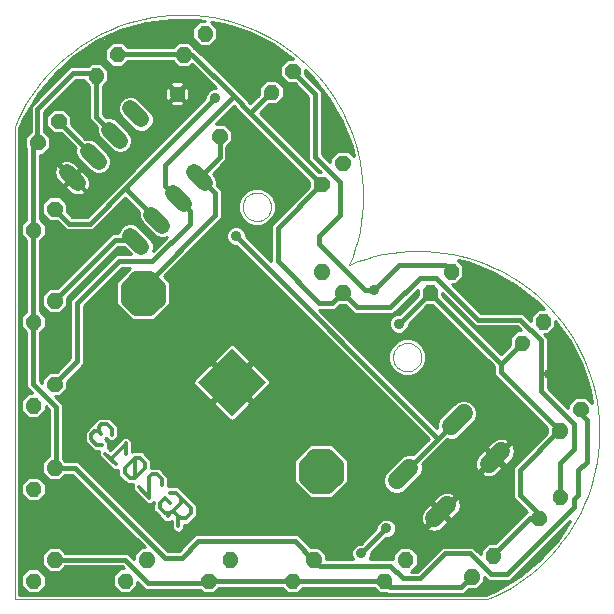
<source format=gbl>
G75*
G70*
%OFA0B0*%
%FSLAX24Y24*%
%IPPOS*%
%LPD*%
%AMOC8*
5,1,8,0,0,1.08239X$1,22.5*
%
%ADD10C,0.0000*%
%ADD11C,0.0104*%
%ADD12C,0.0520*%
%ADD13C,0.0600*%
%ADD14R,0.1600X0.1600*%
%ADD15C,0.0300*%
%ADD16C,0.0120*%
%ADD17C,0.0100*%
%ADD18C,0.0357*%
%ADD19C,0.0160*%
D10*
X009756Y010038D02*
X009756Y025786D01*
X009873Y026053D01*
X010003Y026314D01*
X010146Y026569D01*
X010300Y026816D01*
X010467Y027055D01*
X010645Y027287D01*
X010833Y027509D01*
X011033Y027722D01*
X011242Y027925D01*
X011461Y028117D01*
X011689Y028299D01*
X011925Y028470D01*
X012170Y028629D01*
X012422Y028776D01*
X012680Y028911D01*
X012945Y029033D01*
X013216Y029142D01*
X013491Y029238D01*
X013771Y029320D01*
X014054Y029389D01*
X014340Y029444D01*
X014629Y029485D01*
X014919Y029513D01*
X015211Y029526D01*
X015502Y029525D01*
X015794Y029510D01*
X016084Y029481D01*
X016372Y029438D01*
X016658Y029381D01*
X016941Y029310D01*
X017220Y029226D01*
X017495Y029128D01*
X017765Y029017D01*
X018029Y028893D01*
X018286Y028757D01*
X018537Y028608D01*
X018781Y028448D01*
X019016Y028276D01*
X019243Y028092D01*
X019461Y027898D01*
X019669Y027694D01*
X019866Y027480D01*
X020054Y027256D01*
X020230Y027024D01*
X020395Y026783D01*
X020548Y026535D01*
X020689Y026280D01*
X020817Y026018D01*
X020933Y025750D01*
X021035Y025477D01*
X021125Y025200D01*
X021200Y024918D01*
X021262Y024633D01*
X021310Y024345D01*
X021345Y024056D01*
X021365Y023765D01*
X021371Y023473D01*
X021363Y023182D01*
X021341Y022891D01*
X021305Y022602D01*
X021255Y022314D01*
X021191Y022030D01*
X021113Y021749D01*
X021022Y021472D01*
X020918Y021199D01*
X022368Y018112D02*
X022370Y018155D01*
X022376Y018197D01*
X022386Y018239D01*
X022399Y018280D01*
X022416Y018320D01*
X022437Y018357D01*
X022461Y018393D01*
X022488Y018426D01*
X022518Y018457D01*
X022551Y018485D01*
X022586Y018510D01*
X022623Y018531D01*
X022662Y018549D01*
X022702Y018563D01*
X022744Y018574D01*
X022786Y018581D01*
X022829Y018584D01*
X022872Y018583D01*
X022915Y018578D01*
X022957Y018569D01*
X022998Y018557D01*
X023038Y018541D01*
X023076Y018521D01*
X023112Y018498D01*
X023146Y018471D01*
X023178Y018442D01*
X023206Y018410D01*
X023232Y018375D01*
X023254Y018339D01*
X023273Y018300D01*
X023288Y018260D01*
X023300Y018219D01*
X023308Y018176D01*
X023312Y018133D01*
X023312Y018091D01*
X023308Y018048D01*
X023300Y018005D01*
X023288Y017964D01*
X023273Y017924D01*
X023254Y017885D01*
X023232Y017849D01*
X023206Y017814D01*
X023178Y017782D01*
X023146Y017753D01*
X023112Y017726D01*
X023076Y017703D01*
X023038Y017683D01*
X022998Y017667D01*
X022957Y017655D01*
X022915Y017646D01*
X022872Y017641D01*
X022829Y017640D01*
X022786Y017643D01*
X022744Y017650D01*
X022702Y017661D01*
X022662Y017675D01*
X022623Y017693D01*
X022586Y017714D01*
X022551Y017739D01*
X022518Y017767D01*
X022488Y017798D01*
X022461Y017831D01*
X022437Y017867D01*
X022416Y017904D01*
X022399Y017944D01*
X022386Y017985D01*
X022376Y018027D01*
X022370Y018069D01*
X022368Y018112D01*
X020918Y021200D02*
X021190Y021304D01*
X021467Y021395D01*
X021748Y021473D01*
X022033Y021537D01*
X022320Y021587D01*
X022609Y021623D01*
X022900Y021645D01*
X023191Y021653D01*
X023483Y021647D01*
X023774Y021627D01*
X024063Y021592D01*
X024351Y021544D01*
X024636Y021482D01*
X024918Y021407D01*
X025195Y021317D01*
X025468Y021215D01*
X025736Y021099D01*
X025998Y020971D01*
X026253Y020830D01*
X026501Y020677D01*
X026742Y020512D01*
X026974Y020336D01*
X027198Y020148D01*
X027412Y019951D01*
X027616Y019743D01*
X027810Y019525D01*
X027994Y019298D01*
X028166Y019063D01*
X028326Y018819D01*
X028475Y018568D01*
X028611Y018311D01*
X028735Y018047D01*
X028846Y017777D01*
X028944Y017502D01*
X029028Y017223D01*
X029099Y016940D01*
X029156Y016654D01*
X029199Y016366D01*
X029228Y016076D01*
X029243Y015784D01*
X029244Y015493D01*
X029231Y015201D01*
X029203Y014911D01*
X029162Y014622D01*
X029107Y014336D01*
X029038Y014053D01*
X028956Y013773D01*
X028860Y013498D01*
X028751Y013227D01*
X028629Y012962D01*
X028494Y012704D01*
X028347Y012452D01*
X028188Y012207D01*
X028017Y011971D01*
X027835Y011743D01*
X027643Y011524D01*
X027440Y011315D01*
X027227Y011115D01*
X027005Y010927D01*
X026773Y010749D01*
X026534Y010582D01*
X026287Y010428D01*
X026032Y010285D01*
X025771Y010155D01*
X025504Y010038D01*
X009756Y010038D01*
X017357Y023123D02*
X017359Y023166D01*
X017365Y023208D01*
X017375Y023250D01*
X017388Y023291D01*
X017405Y023331D01*
X017426Y023368D01*
X017450Y023404D01*
X017477Y023437D01*
X017507Y023468D01*
X017540Y023496D01*
X017575Y023521D01*
X017612Y023542D01*
X017651Y023560D01*
X017691Y023574D01*
X017733Y023585D01*
X017775Y023592D01*
X017818Y023595D01*
X017861Y023594D01*
X017904Y023589D01*
X017946Y023580D01*
X017987Y023568D01*
X018027Y023552D01*
X018065Y023532D01*
X018101Y023509D01*
X018135Y023482D01*
X018167Y023453D01*
X018195Y023421D01*
X018221Y023386D01*
X018243Y023350D01*
X018262Y023311D01*
X018277Y023271D01*
X018289Y023230D01*
X018297Y023187D01*
X018301Y023144D01*
X018301Y023102D01*
X018297Y023059D01*
X018289Y023016D01*
X018277Y022975D01*
X018262Y022935D01*
X018243Y022896D01*
X018221Y022860D01*
X018195Y022825D01*
X018167Y022793D01*
X018135Y022764D01*
X018101Y022737D01*
X018065Y022714D01*
X018027Y022694D01*
X017987Y022678D01*
X017946Y022666D01*
X017904Y022657D01*
X017861Y022652D01*
X017818Y022651D01*
X017775Y022654D01*
X017733Y022661D01*
X017691Y022672D01*
X017651Y022686D01*
X017612Y022704D01*
X017575Y022725D01*
X017540Y022750D01*
X017507Y022778D01*
X017477Y022809D01*
X017450Y022842D01*
X017426Y022878D01*
X017405Y022915D01*
X017388Y022955D01*
X017375Y022996D01*
X017365Y023038D01*
X017359Y023080D01*
X017357Y023123D01*
D11*
X016554Y025633D02*
X016502Y025685D01*
X016674Y025685D01*
X016795Y025564D01*
X016795Y025392D01*
X016674Y025271D01*
X016502Y025271D01*
X016381Y025392D01*
X016381Y025564D01*
X016502Y025685D01*
X016534Y025607D01*
X016642Y025607D01*
X016717Y025532D01*
X016717Y025424D01*
X016642Y025349D01*
X016534Y025349D01*
X016459Y025424D01*
X016459Y025532D01*
X016534Y025607D01*
X016567Y025529D01*
X016609Y025529D01*
X016639Y025499D01*
X016639Y025457D01*
X016609Y025427D01*
X016567Y025427D01*
X016537Y025457D01*
X016537Y025499D01*
X016567Y025529D01*
X015140Y027047D02*
X015088Y027099D01*
X015260Y027099D01*
X015381Y026978D01*
X015381Y026806D01*
X015260Y026685D01*
X015088Y026685D01*
X014967Y026806D01*
X014967Y026978D01*
X015088Y027099D01*
X015120Y027021D01*
X015228Y027021D01*
X015303Y026946D01*
X015303Y026838D01*
X015228Y026763D01*
X015120Y026763D01*
X015045Y026838D01*
X015045Y026946D01*
X015120Y027021D01*
X015153Y026943D01*
X015195Y026943D01*
X015225Y026913D01*
X015225Y026871D01*
X015195Y026841D01*
X015153Y026841D01*
X015123Y026871D01*
X015123Y026913D01*
X015153Y026943D01*
X015233Y028164D02*
X015181Y028112D01*
X015181Y028284D01*
X015302Y028405D01*
X015474Y028405D01*
X015595Y028284D01*
X015595Y028112D01*
X015474Y027991D01*
X015302Y027991D01*
X015181Y028112D01*
X015259Y028144D01*
X015259Y028252D01*
X015334Y028327D01*
X015442Y028327D01*
X015517Y028252D01*
X015517Y028144D01*
X015442Y028069D01*
X015334Y028069D01*
X015259Y028144D01*
X015337Y028177D01*
X015337Y028219D01*
X015367Y028249D01*
X015409Y028249D01*
X015439Y028219D01*
X015439Y028177D01*
X015409Y028147D01*
X015367Y028147D01*
X015337Y028177D01*
X015940Y028871D02*
X015888Y028819D01*
X015888Y028991D01*
X016009Y029112D01*
X016181Y029112D01*
X016302Y028991D01*
X016302Y028819D01*
X016181Y028698D01*
X016009Y028698D01*
X015888Y028819D01*
X015966Y028851D01*
X015966Y028959D01*
X016041Y029034D01*
X016149Y029034D01*
X016224Y028959D01*
X016224Y028851D01*
X016149Y028776D01*
X016041Y028776D01*
X015966Y028851D01*
X016044Y028884D01*
X016044Y028926D01*
X016074Y028956D01*
X016116Y028956D01*
X016146Y028926D01*
X016146Y028884D01*
X016116Y028854D01*
X016074Y028854D01*
X016044Y028884D01*
X018156Y026911D02*
X018104Y026859D01*
X018104Y027031D01*
X018225Y027152D01*
X018397Y027152D01*
X018518Y027031D01*
X018518Y026859D01*
X018397Y026738D01*
X018225Y026738D01*
X018104Y026859D01*
X018182Y026891D01*
X018182Y026999D01*
X018257Y027074D01*
X018365Y027074D01*
X018440Y026999D01*
X018440Y026891D01*
X018365Y026816D01*
X018257Y026816D01*
X018182Y026891D01*
X018260Y026924D01*
X018260Y026966D01*
X018290Y026996D01*
X018332Y026996D01*
X018362Y026966D01*
X018362Y026924D01*
X018332Y026894D01*
X018290Y026894D01*
X018260Y026924D01*
X018863Y027618D02*
X018811Y027566D01*
X018811Y027738D01*
X018932Y027859D01*
X019104Y027859D01*
X019225Y027738D01*
X019225Y027566D01*
X019104Y027445D01*
X018932Y027445D01*
X018811Y027566D01*
X018889Y027598D01*
X018889Y027706D01*
X018964Y027781D01*
X019072Y027781D01*
X019147Y027706D01*
X019147Y027598D01*
X019072Y027523D01*
X018964Y027523D01*
X018889Y027598D01*
X018967Y027631D01*
X018967Y027673D01*
X018997Y027703D01*
X019039Y027703D01*
X019069Y027673D01*
X019069Y027631D01*
X019039Y027601D01*
X018997Y027601D01*
X018967Y027631D01*
X020534Y024556D02*
X020482Y024504D01*
X020482Y024676D01*
X020603Y024797D01*
X020775Y024797D01*
X020896Y024676D01*
X020896Y024504D01*
X020775Y024383D01*
X020603Y024383D01*
X020482Y024504D01*
X020560Y024536D01*
X020560Y024644D01*
X020635Y024719D01*
X020743Y024719D01*
X020818Y024644D01*
X020818Y024536D01*
X020743Y024461D01*
X020635Y024461D01*
X020560Y024536D01*
X020638Y024569D01*
X020638Y024611D01*
X020668Y024641D01*
X020710Y024641D01*
X020740Y024611D01*
X020740Y024569D01*
X020710Y024539D01*
X020668Y024539D01*
X020638Y024569D01*
X019826Y023849D02*
X019774Y023797D01*
X019774Y023969D01*
X019895Y024090D01*
X020067Y024090D01*
X020188Y023969D01*
X020188Y023797D01*
X020067Y023676D01*
X019895Y023676D01*
X019774Y023797D01*
X019852Y023829D01*
X019852Y023937D01*
X019927Y024012D01*
X020035Y024012D01*
X020110Y023937D01*
X020110Y023829D01*
X020035Y023754D01*
X019927Y023754D01*
X019852Y023829D01*
X019930Y023862D01*
X019930Y023904D01*
X019960Y023934D01*
X020002Y023934D01*
X020032Y023904D01*
X020032Y023862D01*
X020002Y023832D01*
X019960Y023832D01*
X019930Y023862D01*
X020015Y020816D02*
X020067Y020764D01*
X019895Y020764D01*
X019774Y020885D01*
X019774Y021057D01*
X019895Y021178D01*
X020067Y021178D01*
X020188Y021057D01*
X020188Y020885D01*
X020067Y020764D01*
X020035Y020842D01*
X019927Y020842D01*
X019852Y020917D01*
X019852Y021025D01*
X019927Y021100D01*
X020035Y021100D01*
X020110Y021025D01*
X020110Y020917D01*
X020035Y020842D01*
X020002Y020920D01*
X019960Y020920D01*
X019930Y020950D01*
X019930Y020992D01*
X019960Y021022D01*
X020002Y021022D01*
X020032Y020992D01*
X020032Y020950D01*
X020002Y020920D01*
X020723Y020109D02*
X020775Y020057D01*
X020603Y020057D01*
X020482Y020178D01*
X020482Y020350D01*
X020603Y020471D01*
X020775Y020471D01*
X020896Y020350D01*
X020896Y020178D01*
X020775Y020057D01*
X020743Y020135D01*
X020635Y020135D01*
X020560Y020210D01*
X020560Y020318D01*
X020635Y020393D01*
X020743Y020393D01*
X020818Y020318D01*
X020818Y020210D01*
X020743Y020135D01*
X020710Y020213D01*
X020668Y020213D01*
X020638Y020243D01*
X020638Y020285D01*
X020668Y020315D01*
X020710Y020315D01*
X020740Y020285D01*
X020740Y020243D01*
X020710Y020213D01*
X023445Y020230D02*
X023393Y020178D01*
X023393Y020350D01*
X023514Y020471D01*
X023686Y020471D01*
X023807Y020350D01*
X023807Y020178D01*
X023686Y020057D01*
X023514Y020057D01*
X023393Y020178D01*
X023471Y020210D01*
X023471Y020318D01*
X023546Y020393D01*
X023654Y020393D01*
X023729Y020318D01*
X023729Y020210D01*
X023654Y020135D01*
X023546Y020135D01*
X023471Y020210D01*
X023549Y020243D01*
X023549Y020285D01*
X023579Y020315D01*
X023621Y020315D01*
X023651Y020285D01*
X023651Y020243D01*
X023621Y020213D01*
X023579Y020213D01*
X023549Y020243D01*
X024153Y020937D02*
X024101Y020885D01*
X024101Y021057D01*
X024222Y021178D01*
X024394Y021178D01*
X024515Y021057D01*
X024515Y020885D01*
X024394Y020764D01*
X024222Y020764D01*
X024101Y020885D01*
X024179Y020917D01*
X024179Y021025D01*
X024254Y021100D01*
X024362Y021100D01*
X024437Y021025D01*
X024437Y020917D01*
X024362Y020842D01*
X024254Y020842D01*
X024179Y020917D01*
X024257Y020950D01*
X024257Y020992D01*
X024287Y021022D01*
X024329Y021022D01*
X024359Y020992D01*
X024359Y020950D01*
X024329Y020920D01*
X024287Y020920D01*
X024257Y020950D01*
X026508Y018559D02*
X026456Y018507D01*
X026456Y018679D01*
X026577Y018800D01*
X026749Y018800D01*
X026870Y018679D01*
X026870Y018507D01*
X026749Y018386D01*
X026577Y018386D01*
X026456Y018507D01*
X026534Y018539D01*
X026534Y018647D01*
X026609Y018722D01*
X026717Y018722D01*
X026792Y018647D01*
X026792Y018539D01*
X026717Y018464D01*
X026609Y018464D01*
X026534Y018539D01*
X026612Y018572D01*
X026612Y018614D01*
X026642Y018644D01*
X026684Y018644D01*
X026714Y018614D01*
X026714Y018572D01*
X026684Y018542D01*
X026642Y018542D01*
X026612Y018572D01*
X027215Y019266D02*
X027163Y019214D01*
X027163Y019386D01*
X027284Y019507D01*
X027456Y019507D01*
X027577Y019386D01*
X027577Y019214D01*
X027456Y019093D01*
X027284Y019093D01*
X027163Y019214D01*
X027241Y019246D01*
X027241Y019354D01*
X027316Y019429D01*
X027424Y019429D01*
X027499Y019354D01*
X027499Y019246D01*
X027424Y019171D01*
X027316Y019171D01*
X027241Y019246D01*
X027319Y019279D01*
X027319Y019321D01*
X027349Y019351D01*
X027391Y019351D01*
X027421Y019321D01*
X027421Y019279D01*
X027391Y019249D01*
X027349Y019249D01*
X027319Y019279D01*
X028468Y016343D02*
X028416Y016291D01*
X028416Y016463D01*
X028537Y016584D01*
X028709Y016584D01*
X028830Y016463D01*
X028830Y016291D01*
X028709Y016170D01*
X028537Y016170D01*
X028416Y016291D01*
X028494Y016323D01*
X028494Y016431D01*
X028569Y016506D01*
X028677Y016506D01*
X028752Y016431D01*
X028752Y016323D01*
X028677Y016248D01*
X028569Y016248D01*
X028494Y016323D01*
X028572Y016356D01*
X028572Y016398D01*
X028602Y016428D01*
X028644Y016428D01*
X028674Y016398D01*
X028674Y016356D01*
X028644Y016326D01*
X028602Y016326D01*
X028572Y016356D01*
X027760Y015636D02*
X027708Y015584D01*
X027708Y015756D01*
X027829Y015877D01*
X028001Y015877D01*
X028122Y015756D01*
X028122Y015584D01*
X028001Y015463D01*
X027829Y015463D01*
X027708Y015584D01*
X027786Y015616D01*
X027786Y015724D01*
X027861Y015799D01*
X027969Y015799D01*
X028044Y015724D01*
X028044Y015616D01*
X027969Y015541D01*
X027861Y015541D01*
X027786Y015616D01*
X027864Y015649D01*
X027864Y015691D01*
X027894Y015721D01*
X027936Y015721D01*
X027966Y015691D01*
X027966Y015649D01*
X027936Y015619D01*
X027894Y015619D01*
X027864Y015649D01*
X027772Y013420D02*
X027720Y013368D01*
X027720Y013540D01*
X027841Y013661D01*
X028013Y013661D01*
X028134Y013540D01*
X028134Y013368D01*
X028013Y013247D01*
X027841Y013247D01*
X027720Y013368D01*
X027798Y013400D01*
X027798Y013508D01*
X027873Y013583D01*
X027981Y013583D01*
X028056Y013508D01*
X028056Y013400D01*
X027981Y013325D01*
X027873Y013325D01*
X027798Y013400D01*
X027876Y013433D01*
X027876Y013475D01*
X027906Y013505D01*
X027948Y013505D01*
X027978Y013475D01*
X027978Y013433D01*
X027948Y013403D01*
X027906Y013403D01*
X027876Y013433D01*
X027064Y012713D02*
X027012Y012661D01*
X027012Y012833D01*
X027133Y012954D01*
X027305Y012954D01*
X027426Y012833D01*
X027426Y012661D01*
X027305Y012540D01*
X027133Y012540D01*
X027012Y012661D01*
X027090Y012693D01*
X027090Y012801D01*
X027165Y012876D01*
X027273Y012876D01*
X027348Y012801D01*
X027348Y012693D01*
X027273Y012618D01*
X027165Y012618D01*
X027090Y012693D01*
X027168Y012726D01*
X027168Y012768D01*
X027198Y012798D01*
X027240Y012798D01*
X027270Y012768D01*
X027270Y012726D01*
X027240Y012696D01*
X027198Y012696D01*
X027168Y012726D01*
X025544Y011472D02*
X025492Y011420D01*
X025492Y011592D01*
X025613Y011713D01*
X025785Y011713D01*
X025906Y011592D01*
X025906Y011420D01*
X025785Y011299D01*
X025613Y011299D01*
X025492Y011420D01*
X025570Y011452D01*
X025570Y011560D01*
X025645Y011635D01*
X025753Y011635D01*
X025828Y011560D01*
X025828Y011452D01*
X025753Y011377D01*
X025645Y011377D01*
X025570Y011452D01*
X025648Y011485D01*
X025648Y011527D01*
X025678Y011557D01*
X025720Y011557D01*
X025750Y011527D01*
X025750Y011485D01*
X025720Y011455D01*
X025678Y011455D01*
X025648Y011485D01*
X024837Y010764D02*
X024785Y010712D01*
X024785Y010884D01*
X024906Y011005D01*
X025078Y011005D01*
X025199Y010884D01*
X025199Y010712D01*
X025078Y010591D01*
X024906Y010591D01*
X024785Y010712D01*
X024863Y010744D01*
X024863Y010852D01*
X024938Y010927D01*
X025046Y010927D01*
X025121Y010852D01*
X025121Y010744D01*
X025046Y010669D01*
X024938Y010669D01*
X024863Y010744D01*
X024941Y010777D01*
X024941Y010819D01*
X024971Y010849D01*
X025013Y010849D01*
X025043Y010819D01*
X025043Y010777D01*
X025013Y010747D01*
X024971Y010747D01*
X024941Y010777D01*
X022621Y011332D02*
X022569Y011280D01*
X022569Y011452D01*
X022690Y011573D01*
X022862Y011573D01*
X022983Y011452D01*
X022983Y011280D01*
X022862Y011159D01*
X022690Y011159D01*
X022569Y011280D01*
X022647Y011312D01*
X022647Y011420D01*
X022722Y011495D01*
X022830Y011495D01*
X022905Y011420D01*
X022905Y011312D01*
X022830Y011237D01*
X022722Y011237D01*
X022647Y011312D01*
X022725Y011345D01*
X022725Y011387D01*
X022755Y011417D01*
X022797Y011417D01*
X022827Y011387D01*
X022827Y011345D01*
X022797Y011315D01*
X022755Y011315D01*
X022725Y011345D01*
X021914Y010625D02*
X021862Y010573D01*
X021862Y010745D01*
X021983Y010866D01*
X022155Y010866D01*
X022276Y010745D01*
X022276Y010573D01*
X022155Y010452D01*
X021983Y010452D01*
X021862Y010573D01*
X021940Y010605D01*
X021940Y010713D01*
X022015Y010788D01*
X022123Y010788D01*
X022198Y010713D01*
X022198Y010605D01*
X022123Y010530D01*
X022015Y010530D01*
X021940Y010605D01*
X022018Y010638D01*
X022018Y010680D01*
X022048Y010710D01*
X022090Y010710D01*
X022120Y010680D01*
X022120Y010638D01*
X022090Y010608D01*
X022048Y010608D01*
X022018Y010638D01*
X019559Y011332D02*
X019507Y011280D01*
X019507Y011452D01*
X019628Y011573D01*
X019800Y011573D01*
X019921Y011452D01*
X019921Y011280D01*
X019800Y011159D01*
X019628Y011159D01*
X019507Y011280D01*
X019585Y011312D01*
X019585Y011420D01*
X019660Y011495D01*
X019768Y011495D01*
X019843Y011420D01*
X019843Y011312D01*
X019768Y011237D01*
X019660Y011237D01*
X019585Y011312D01*
X019663Y011345D01*
X019663Y011387D01*
X019693Y011417D01*
X019735Y011417D01*
X019765Y011387D01*
X019765Y011345D01*
X019735Y011315D01*
X019693Y011315D01*
X019663Y011345D01*
X018852Y010625D02*
X018800Y010573D01*
X018800Y010745D01*
X018921Y010866D01*
X019093Y010866D01*
X019214Y010745D01*
X019214Y010573D01*
X019093Y010452D01*
X018921Y010452D01*
X018800Y010573D01*
X018878Y010605D01*
X018878Y010713D01*
X018953Y010788D01*
X019061Y010788D01*
X019136Y010713D01*
X019136Y010605D01*
X019061Y010530D01*
X018953Y010530D01*
X018878Y010605D01*
X018956Y010638D01*
X018956Y010680D01*
X018986Y010710D01*
X019028Y010710D01*
X019058Y010680D01*
X019058Y010638D01*
X019028Y010608D01*
X018986Y010608D01*
X018956Y010638D01*
X016775Y011332D02*
X016723Y011280D01*
X016723Y011452D01*
X016844Y011573D01*
X017016Y011573D01*
X017137Y011452D01*
X017137Y011280D01*
X017016Y011159D01*
X016844Y011159D01*
X016723Y011280D01*
X016801Y011312D01*
X016801Y011420D01*
X016876Y011495D01*
X016984Y011495D01*
X017059Y011420D01*
X017059Y011312D01*
X016984Y011237D01*
X016876Y011237D01*
X016801Y011312D01*
X016879Y011345D01*
X016879Y011387D01*
X016909Y011417D01*
X016951Y011417D01*
X016981Y011387D01*
X016981Y011345D01*
X016951Y011315D01*
X016909Y011315D01*
X016879Y011345D01*
X016068Y010625D02*
X016016Y010573D01*
X016016Y010745D01*
X016137Y010866D01*
X016309Y010866D01*
X016430Y010745D01*
X016430Y010573D01*
X016309Y010452D01*
X016137Y010452D01*
X016016Y010573D01*
X016094Y010605D01*
X016094Y010713D01*
X016169Y010788D01*
X016277Y010788D01*
X016352Y010713D01*
X016352Y010605D01*
X016277Y010530D01*
X016169Y010530D01*
X016094Y010605D01*
X016172Y010638D01*
X016172Y010680D01*
X016202Y010710D01*
X016244Y010710D01*
X016274Y010680D01*
X016274Y010638D01*
X016244Y010608D01*
X016202Y010608D01*
X016172Y010638D01*
X013991Y011332D02*
X013939Y011280D01*
X013939Y011452D01*
X014060Y011573D01*
X014232Y011573D01*
X014353Y011452D01*
X014353Y011280D01*
X014232Y011159D01*
X014060Y011159D01*
X013939Y011280D01*
X014017Y011312D01*
X014017Y011420D01*
X014092Y011495D01*
X014200Y011495D01*
X014275Y011420D01*
X014275Y011312D01*
X014200Y011237D01*
X014092Y011237D01*
X014017Y011312D01*
X014095Y011345D01*
X014095Y011387D01*
X014125Y011417D01*
X014167Y011417D01*
X014197Y011387D01*
X014197Y011345D01*
X014167Y011315D01*
X014125Y011315D01*
X014095Y011345D01*
X013284Y010625D02*
X013232Y010573D01*
X013232Y010745D01*
X013353Y010866D01*
X013525Y010866D01*
X013646Y010745D01*
X013646Y010573D01*
X013525Y010452D01*
X013353Y010452D01*
X013232Y010573D01*
X013310Y010605D01*
X013310Y010713D01*
X013385Y010788D01*
X013493Y010788D01*
X013568Y010713D01*
X013568Y010605D01*
X013493Y010530D01*
X013385Y010530D01*
X013310Y010605D01*
X013388Y010638D01*
X013388Y010680D01*
X013418Y010710D01*
X013460Y010710D01*
X013490Y010680D01*
X013490Y010638D01*
X013460Y010608D01*
X013418Y010608D01*
X013388Y010638D01*
X010929Y011332D02*
X010877Y011280D01*
X010877Y011452D01*
X010998Y011573D01*
X011170Y011573D01*
X011291Y011452D01*
X011291Y011280D01*
X011170Y011159D01*
X010998Y011159D01*
X010877Y011280D01*
X010955Y011312D01*
X010955Y011420D01*
X011030Y011495D01*
X011138Y011495D01*
X011213Y011420D01*
X011213Y011312D01*
X011138Y011237D01*
X011030Y011237D01*
X010955Y011312D01*
X011033Y011345D01*
X011033Y011387D01*
X011063Y011417D01*
X011105Y011417D01*
X011135Y011387D01*
X011135Y011345D01*
X011105Y011315D01*
X011063Y011315D01*
X011033Y011345D01*
X010222Y010625D02*
X010170Y010573D01*
X010170Y010745D01*
X010291Y010866D01*
X010463Y010866D01*
X010584Y010745D01*
X010584Y010573D01*
X010463Y010452D01*
X010291Y010452D01*
X010170Y010573D01*
X010248Y010605D01*
X010248Y010713D01*
X010323Y010788D01*
X010431Y010788D01*
X010506Y010713D01*
X010506Y010605D01*
X010431Y010530D01*
X010323Y010530D01*
X010248Y010605D01*
X010326Y010638D01*
X010326Y010680D01*
X010356Y010710D01*
X010398Y010710D01*
X010428Y010680D01*
X010428Y010638D01*
X010398Y010608D01*
X010356Y010608D01*
X010326Y010638D01*
X010222Y013687D02*
X010170Y013635D01*
X010170Y013807D01*
X010291Y013928D01*
X010463Y013928D01*
X010584Y013807D01*
X010584Y013635D01*
X010463Y013514D01*
X010291Y013514D01*
X010170Y013635D01*
X010248Y013667D01*
X010248Y013775D01*
X010323Y013850D01*
X010431Y013850D01*
X010506Y013775D01*
X010506Y013667D01*
X010431Y013592D01*
X010323Y013592D01*
X010248Y013667D01*
X010326Y013700D01*
X010326Y013742D01*
X010356Y013772D01*
X010398Y013772D01*
X010428Y013742D01*
X010428Y013700D01*
X010398Y013670D01*
X010356Y013670D01*
X010326Y013700D01*
X010929Y014395D02*
X010877Y014343D01*
X010877Y014515D01*
X010998Y014636D01*
X011170Y014636D01*
X011291Y014515D01*
X011291Y014343D01*
X011170Y014222D01*
X010998Y014222D01*
X010877Y014343D01*
X010955Y014375D01*
X010955Y014483D01*
X011030Y014558D01*
X011138Y014558D01*
X011213Y014483D01*
X011213Y014375D01*
X011138Y014300D01*
X011030Y014300D01*
X010955Y014375D01*
X011033Y014408D01*
X011033Y014450D01*
X011063Y014480D01*
X011105Y014480D01*
X011135Y014450D01*
X011135Y014408D01*
X011105Y014378D01*
X011063Y014378D01*
X011033Y014408D01*
X010222Y016471D02*
X010170Y016419D01*
X010170Y016591D01*
X010291Y016712D01*
X010463Y016712D01*
X010584Y016591D01*
X010584Y016419D01*
X010463Y016298D01*
X010291Y016298D01*
X010170Y016419D01*
X010248Y016451D01*
X010248Y016559D01*
X010323Y016634D01*
X010431Y016634D01*
X010506Y016559D01*
X010506Y016451D01*
X010431Y016376D01*
X010323Y016376D01*
X010248Y016451D01*
X010326Y016484D01*
X010326Y016526D01*
X010356Y016556D01*
X010398Y016556D01*
X010428Y016526D01*
X010428Y016484D01*
X010398Y016454D01*
X010356Y016454D01*
X010326Y016484D01*
X010929Y017178D02*
X010877Y017126D01*
X010877Y017298D01*
X010998Y017419D01*
X011170Y017419D01*
X011291Y017298D01*
X011291Y017126D01*
X011170Y017005D01*
X010998Y017005D01*
X010877Y017126D01*
X010955Y017158D01*
X010955Y017266D01*
X011030Y017341D01*
X011138Y017341D01*
X011213Y017266D01*
X011213Y017158D01*
X011138Y017083D01*
X011030Y017083D01*
X010955Y017158D01*
X011033Y017191D01*
X011033Y017233D01*
X011063Y017263D01*
X011105Y017263D01*
X011135Y017233D01*
X011135Y017191D01*
X011105Y017161D01*
X011063Y017161D01*
X011033Y017191D01*
X010222Y019255D02*
X010170Y019203D01*
X010170Y019375D01*
X010291Y019496D01*
X010463Y019496D01*
X010584Y019375D01*
X010584Y019203D01*
X010463Y019082D01*
X010291Y019082D01*
X010170Y019203D01*
X010248Y019235D01*
X010248Y019343D01*
X010323Y019418D01*
X010431Y019418D01*
X010506Y019343D01*
X010506Y019235D01*
X010431Y019160D01*
X010323Y019160D01*
X010248Y019235D01*
X010326Y019268D01*
X010326Y019310D01*
X010356Y019340D01*
X010398Y019340D01*
X010428Y019310D01*
X010428Y019268D01*
X010398Y019238D01*
X010356Y019238D01*
X010326Y019268D01*
X010929Y019962D02*
X010877Y019910D01*
X010877Y020082D01*
X010998Y020203D01*
X011170Y020203D01*
X011291Y020082D01*
X011291Y019910D01*
X011170Y019789D01*
X010998Y019789D01*
X010877Y019910D01*
X010955Y019942D01*
X010955Y020050D01*
X011030Y020125D01*
X011138Y020125D01*
X011213Y020050D01*
X011213Y019942D01*
X011138Y019867D01*
X011030Y019867D01*
X010955Y019942D01*
X011033Y019975D01*
X011033Y020017D01*
X011063Y020047D01*
X011105Y020047D01*
X011135Y020017D01*
X011135Y019975D01*
X011105Y019945D01*
X011063Y019945D01*
X011033Y019975D01*
X010222Y022317D02*
X010170Y022265D01*
X010170Y022437D01*
X010291Y022558D01*
X010463Y022558D01*
X010584Y022437D01*
X010584Y022265D01*
X010463Y022144D01*
X010291Y022144D01*
X010170Y022265D01*
X010248Y022297D01*
X010248Y022405D01*
X010323Y022480D01*
X010431Y022480D01*
X010506Y022405D01*
X010506Y022297D01*
X010431Y022222D01*
X010323Y022222D01*
X010248Y022297D01*
X010326Y022330D01*
X010326Y022372D01*
X010356Y022402D01*
X010398Y022402D01*
X010428Y022372D01*
X010428Y022330D01*
X010398Y022300D01*
X010356Y022300D01*
X010326Y022330D01*
X010929Y023025D02*
X010877Y022973D01*
X010877Y023145D01*
X010998Y023266D01*
X011170Y023266D01*
X011291Y023145D01*
X011291Y022973D01*
X011170Y022852D01*
X010998Y022852D01*
X010877Y022973D01*
X010955Y023005D01*
X010955Y023113D01*
X011030Y023188D01*
X011138Y023188D01*
X011213Y023113D01*
X011213Y023005D01*
X011138Y022930D01*
X011030Y022930D01*
X010955Y023005D01*
X011033Y023038D01*
X011033Y023080D01*
X011063Y023110D01*
X011105Y023110D01*
X011135Y023080D01*
X011135Y023038D01*
X011105Y023008D01*
X011063Y023008D01*
X011033Y023038D01*
X010361Y025241D02*
X010309Y025189D01*
X010309Y025361D01*
X010430Y025482D01*
X010602Y025482D01*
X010723Y025361D01*
X010723Y025189D01*
X010602Y025068D01*
X010430Y025068D01*
X010309Y025189D01*
X010387Y025221D01*
X010387Y025329D01*
X010462Y025404D01*
X010570Y025404D01*
X010645Y025329D01*
X010645Y025221D01*
X010570Y025146D01*
X010462Y025146D01*
X010387Y025221D01*
X010465Y025254D01*
X010465Y025296D01*
X010495Y025326D01*
X010537Y025326D01*
X010567Y025296D01*
X010567Y025254D01*
X010537Y025224D01*
X010495Y025224D01*
X010465Y025254D01*
X011068Y025948D02*
X011016Y025896D01*
X011016Y026068D01*
X011137Y026189D01*
X011309Y026189D01*
X011430Y026068D01*
X011430Y025896D01*
X011309Y025775D01*
X011137Y025775D01*
X011016Y025896D01*
X011094Y025928D01*
X011094Y026036D01*
X011169Y026111D01*
X011277Y026111D01*
X011352Y026036D01*
X011352Y025928D01*
X011277Y025853D01*
X011169Y025853D01*
X011094Y025928D01*
X011172Y025961D01*
X011172Y026003D01*
X011202Y026033D01*
X011244Y026033D01*
X011274Y026003D01*
X011274Y025961D01*
X011244Y025931D01*
X011202Y025931D01*
X011172Y025961D01*
X012310Y027468D02*
X012258Y027416D01*
X012258Y027588D01*
X012379Y027709D01*
X012551Y027709D01*
X012672Y027588D01*
X012672Y027416D01*
X012551Y027295D01*
X012379Y027295D01*
X012258Y027416D01*
X012336Y027448D01*
X012336Y027556D01*
X012411Y027631D01*
X012519Y027631D01*
X012594Y027556D01*
X012594Y027448D01*
X012519Y027373D01*
X012411Y027373D01*
X012336Y027448D01*
X012414Y027481D01*
X012414Y027523D01*
X012444Y027553D01*
X012486Y027553D01*
X012516Y027523D01*
X012516Y027481D01*
X012486Y027451D01*
X012444Y027451D01*
X012414Y027481D01*
X013017Y028175D02*
X012965Y028123D01*
X012965Y028295D01*
X013086Y028416D01*
X013258Y028416D01*
X013379Y028295D01*
X013379Y028123D01*
X013258Y028002D01*
X013086Y028002D01*
X012965Y028123D01*
X013043Y028155D01*
X013043Y028263D01*
X013118Y028338D01*
X013226Y028338D01*
X013301Y028263D01*
X013301Y028155D01*
X013226Y028080D01*
X013118Y028080D01*
X013043Y028155D01*
X013121Y028188D01*
X013121Y028230D01*
X013151Y028260D01*
X013193Y028260D01*
X013223Y028230D01*
X013223Y028188D01*
X013193Y028158D01*
X013151Y028158D01*
X013121Y028188D01*
D12*
X013609Y026402D02*
X013977Y026034D01*
X013270Y025327D02*
X012902Y025695D01*
X012195Y024988D02*
X012562Y024620D01*
X011855Y023913D02*
X011488Y024281D01*
X013609Y022159D02*
X013977Y021792D01*
X014684Y022499D02*
X014316Y022867D01*
X015023Y023574D02*
X015391Y023206D01*
X016098Y023913D02*
X015730Y024281D01*
D13*
X024296Y015815D02*
X024720Y016239D01*
X025979Y014981D02*
X025555Y014556D01*
X024169Y013170D02*
X023744Y012746D01*
X022486Y014005D02*
X022910Y014429D01*
D14*
G36*
X016994Y016145D02*
X015863Y017276D01*
X016994Y018407D01*
X018125Y017276D01*
X016994Y016145D01*
G37*
D15*
X020062Y013858D02*
X020212Y013708D01*
X019716Y013708D01*
X019365Y014059D01*
X019365Y014555D01*
X019716Y014906D01*
X020212Y014906D01*
X020563Y014555D01*
X020563Y014059D01*
X020212Y013708D01*
X020119Y013933D01*
X019809Y013933D01*
X019590Y014152D01*
X019590Y014462D01*
X019809Y014681D01*
X020119Y014681D01*
X020338Y014462D01*
X020338Y014152D01*
X020119Y013933D01*
X020026Y014158D01*
X019902Y014158D01*
X019815Y014245D01*
X019815Y014369D01*
X019902Y014456D01*
X020026Y014456D01*
X020113Y014369D01*
X020113Y014245D01*
X020026Y014158D01*
X014122Y019797D02*
X014272Y019647D01*
X013776Y019647D01*
X013425Y019998D01*
X013425Y020494D01*
X013776Y020845D01*
X014272Y020845D01*
X014623Y020494D01*
X014623Y019998D01*
X014272Y019647D01*
X014179Y019872D01*
X013869Y019872D01*
X013650Y020091D01*
X013650Y020401D01*
X013869Y020620D01*
X014179Y020620D01*
X014398Y020401D01*
X014398Y020091D01*
X014179Y019872D01*
X014086Y020097D01*
X013962Y020097D01*
X013875Y020184D01*
X013875Y020308D01*
X013962Y020395D01*
X014086Y020395D01*
X014173Y020308D01*
X014173Y020184D01*
X014086Y020097D01*
D16*
X012823Y015884D02*
X012653Y015884D01*
X012646Y015877D02*
X012561Y015792D01*
X012561Y015637D01*
X012405Y015637D01*
X012398Y015629D02*
X012314Y015545D01*
X012306Y015538D02*
X012306Y015368D01*
X012476Y015198D01*
X012660Y015198D01*
X012779Y014896D02*
X013121Y014553D01*
X012954Y014731D02*
X013452Y015230D01*
X013457Y015235D02*
X013457Y014892D01*
X013763Y014760D02*
X013424Y014420D01*
X013424Y014251D01*
X013593Y014081D01*
X013763Y014081D01*
X013770Y014753D01*
X013763Y014760D02*
X013933Y014760D01*
X014103Y014590D01*
X014103Y014420D01*
X013763Y014081D01*
X013897Y013777D02*
X014244Y013430D01*
X014237Y014116D01*
X014322Y014201D01*
X014329Y014208D02*
X014499Y014208D01*
X014668Y014039D01*
X014668Y013855D01*
X014951Y013600D02*
X015121Y013600D01*
X015290Y013430D01*
X015290Y013261D01*
X015375Y013346D01*
X015637Y013084D01*
X015637Y012914D01*
X015460Y012737D01*
X015290Y012737D01*
X015206Y012822D01*
X015199Y012476D01*
X015206Y012822D02*
X015029Y012999D01*
X015290Y013261D01*
X014944Y013254D02*
X014767Y013430D01*
X014598Y013261D01*
X014590Y013084D01*
X014767Y012907D01*
X014937Y012907D01*
X014852Y012822D01*
X014937Y012907D02*
X015029Y012999D01*
X012992Y015530D02*
X012992Y015714D01*
X012823Y015884D01*
X012563Y015635D02*
X012644Y015553D01*
D17*
X012807Y015419D02*
X012905Y015320D01*
X013079Y015320D01*
X013202Y015443D01*
X013202Y015627D01*
X013202Y015801D01*
X013033Y015971D01*
X012910Y016094D01*
X012566Y016094D01*
X012443Y015971D01*
X012351Y015879D01*
X012351Y015846D01*
X012318Y015846D01*
X012195Y015724D01*
X012096Y015625D01*
X012096Y015281D01*
X012219Y015158D01*
X012389Y014988D01*
X012563Y014988D01*
X012574Y014988D01*
X012569Y014983D01*
X012569Y014809D01*
X013034Y014343D01*
X013208Y014343D01*
X013214Y014348D01*
X013214Y014333D01*
X013214Y014164D01*
X013313Y014065D01*
X013383Y013994D01*
X013420Y013957D01*
X013506Y013871D01*
X013506Y013871D01*
X013695Y013871D01*
X013687Y013864D01*
X013687Y013690D01*
X014035Y013343D01*
X014035Y013341D01*
X014097Y013281D01*
X014157Y013220D01*
X014158Y013220D01*
X014159Y013219D01*
X014246Y013220D01*
X014331Y013220D01*
X014332Y013221D01*
X014333Y013221D01*
X014388Y013277D01*
X014388Y013265D01*
X014384Y013174D01*
X014380Y013171D01*
X014380Y013088D01*
X014377Y013005D01*
X014380Y013002D01*
X014380Y012997D01*
X014439Y012938D01*
X014495Y012878D01*
X014500Y012877D01*
X014557Y012820D01*
X014680Y012697D01*
X014680Y012697D01*
X014765Y012612D01*
X014939Y012612D01*
X014992Y012666D01*
X014987Y012393D01*
X015107Y012268D01*
X015281Y012264D01*
X015407Y012384D01*
X015410Y012527D01*
X015547Y012527D01*
X015670Y012650D01*
X015847Y012827D01*
X015847Y013001D01*
X015847Y013171D01*
X015724Y013294D01*
X015462Y013555D01*
X015331Y013687D01*
X015208Y013810D01*
X014878Y013810D01*
X014878Y013951D01*
X014878Y014125D01*
X014709Y014295D01*
X014586Y014418D01*
X014313Y014418D01*
X014313Y014507D01*
X014313Y014677D01*
X014216Y014773D01*
X014190Y014800D01*
X014189Y014800D01*
X014116Y014874D01*
X014020Y014970D01*
X014020Y014970D01*
X013846Y014970D01*
X013676Y014970D01*
X013667Y014961D01*
X013667Y015322D01*
X013544Y015445D01*
X013370Y015445D01*
X013365Y015440D01*
X012948Y015023D01*
X012865Y015106D01*
X012870Y015111D01*
X012870Y015285D01*
X012771Y015384D01*
X012807Y015419D01*
X012795Y015360D02*
X012866Y015360D01*
X012870Y015261D02*
X013186Y015261D01*
X013119Y015360D02*
X013285Y015360D01*
X013365Y015440D02*
X013365Y015440D01*
X013202Y015458D02*
X023498Y015458D01*
X023556Y015400D02*
X023024Y014869D01*
X023000Y014879D01*
X022821Y014879D01*
X022655Y014810D01*
X022104Y014260D01*
X022036Y014094D01*
X022036Y013915D01*
X022104Y013750D01*
X022231Y013623D01*
X022396Y013555D01*
X022575Y013555D01*
X022741Y013623D01*
X023292Y014174D01*
X023360Y014339D01*
X023360Y014518D01*
X023350Y014543D01*
X023977Y015170D01*
X024111Y015305D01*
X024182Y015375D01*
X024206Y015365D01*
X024386Y015365D01*
X024551Y015433D01*
X025102Y015984D01*
X025170Y016150D01*
X025170Y016329D01*
X025102Y016494D01*
X024975Y016621D01*
X024810Y016689D01*
X024631Y016689D01*
X024465Y016621D01*
X023915Y016070D01*
X023846Y015904D01*
X023846Y015761D01*
X019916Y019691D01*
X020441Y019691D01*
X020576Y019826D01*
X020604Y019854D01*
X020773Y019854D01*
X021075Y019552D01*
X021265Y019552D01*
X022379Y019552D01*
X023190Y020364D01*
X023190Y020179D01*
X022565Y019554D01*
X022497Y019554D01*
X022376Y019504D01*
X022284Y019411D01*
X022234Y019291D01*
X022234Y019160D01*
X022284Y019039D01*
X022376Y018947D01*
X022497Y018897D01*
X022627Y018897D01*
X022748Y018947D01*
X022840Y019039D01*
X022890Y019160D01*
X022890Y019228D01*
X023516Y019854D01*
X023685Y019854D01*
X025737Y017802D01*
X025737Y017524D01*
X025747Y017514D01*
X027506Y015755D01*
X027506Y015585D01*
X026369Y014449D01*
X026369Y014449D01*
X026369Y013614D01*
X026369Y013423D01*
X026830Y012961D01*
X026711Y012842D01*
X025784Y011915D01*
X025530Y011915D01*
X025290Y011675D01*
X025290Y011534D01*
X025158Y011665D01*
X025024Y011799D01*
X024188Y011799D01*
X023998Y011799D01*
X023163Y010964D01*
X022954Y010964D01*
X023186Y011196D01*
X023186Y011536D01*
X022946Y011776D01*
X022607Y011776D01*
X022366Y011536D01*
X022366Y011382D01*
X022188Y011382D01*
X021586Y011382D01*
X021588Y011383D01*
X021638Y011504D01*
X021638Y011573D01*
X022141Y012076D01*
X022210Y012076D01*
X022331Y012126D01*
X022423Y012219D01*
X022473Y012339D01*
X022473Y012470D01*
X022423Y012591D01*
X022331Y012683D01*
X022210Y012733D01*
X022079Y012733D01*
X021958Y012683D01*
X021866Y012591D01*
X021816Y012470D01*
X021816Y012402D01*
X021312Y011898D01*
X021244Y011898D01*
X021123Y011848D01*
X021031Y011756D01*
X020981Y011635D01*
X020981Y011504D01*
X021031Y011383D01*
X021032Y011382D01*
X020124Y011382D01*
X020124Y011536D01*
X019884Y011776D01*
X019629Y011776D01*
X019189Y012217D01*
X019189Y012217D01*
X015976Y012217D01*
X015785Y012217D01*
X015229Y011660D01*
X014862Y011660D01*
X011910Y014613D01*
X011864Y014659D01*
X011434Y014659D01*
X011378Y014714D01*
X011378Y016346D01*
X011378Y016537D01*
X011112Y016803D01*
X011254Y016803D01*
X011494Y017043D01*
X011494Y017297D01*
X012074Y017877D01*
X012074Y017877D01*
X012074Y019826D01*
X013331Y021083D01*
X013589Y021083D01*
X013124Y020619D01*
X013124Y019874D01*
X013652Y019346D01*
X014397Y019346D01*
X014924Y019874D01*
X014924Y020619D01*
X014731Y020813D01*
X016667Y022749D01*
X016667Y022940D01*
X016667Y023669D01*
X016507Y023829D01*
X016508Y023832D01*
X016508Y023995D01*
X016446Y024145D01*
X016367Y024224D01*
X016683Y024541D01*
X016683Y024541D01*
X016718Y024576D01*
X016818Y024675D01*
X016818Y024675D01*
X016818Y024685D01*
X016818Y024866D01*
X016818Y024866D01*
X016818Y025128D01*
X016998Y025308D01*
X016998Y025648D01*
X016758Y025888D01*
X016466Y025888D01*
X017058Y026481D01*
X017385Y026154D01*
X019571Y023967D01*
X019571Y023798D01*
X018430Y022657D01*
X018295Y022522D01*
X018295Y021408D01*
X018295Y021312D01*
X017462Y022145D01*
X017462Y022214D01*
X017412Y022334D01*
X017320Y022427D01*
X017199Y022477D01*
X017068Y022477D01*
X016947Y022427D01*
X016855Y022334D01*
X016805Y022214D01*
X016805Y022083D01*
X016855Y021962D01*
X015881Y021962D01*
X015979Y022061D02*
X016814Y022061D01*
X016805Y022159D02*
X016078Y022159D01*
X016176Y022258D02*
X016823Y022258D01*
X016877Y022356D02*
X016275Y022356D01*
X016373Y022455D02*
X017016Y022455D01*
X017251Y022455D02*
X018295Y022455D01*
X018295Y022356D02*
X017390Y022356D01*
X017444Y022258D02*
X018295Y022258D01*
X018295Y022159D02*
X017462Y022159D01*
X017546Y022061D02*
X018295Y022061D01*
X018295Y021962D02*
X017645Y021962D01*
X017743Y021864D02*
X018295Y021864D01*
X018295Y021765D02*
X017842Y021765D01*
X017940Y021667D02*
X018295Y021667D01*
X018295Y021568D02*
X018039Y021568D01*
X018138Y021469D02*
X018295Y021469D01*
X018295Y021371D02*
X018236Y021371D01*
X017881Y021075D02*
X014994Y021075D01*
X015092Y021174D02*
X017783Y021174D01*
X017684Y021272D02*
X015191Y021272D01*
X015289Y021371D02*
X017586Y021371D01*
X017487Y021469D02*
X015388Y021469D01*
X015486Y021568D02*
X017389Y021568D01*
X017290Y021667D02*
X015585Y021667D01*
X015684Y021765D02*
X017191Y021765D01*
X017137Y021820D02*
X023556Y015400D01*
X023516Y015360D02*
X013630Y015360D01*
X013667Y015261D02*
X023417Y015261D01*
X023319Y015163D02*
X020381Y015163D01*
X020337Y015207D02*
X019591Y015207D01*
X019064Y014679D01*
X019064Y013934D01*
X019591Y013407D01*
X020337Y013407D01*
X020864Y013934D01*
X020864Y014679D01*
X020337Y015207D01*
X020479Y015064D02*
X023220Y015064D01*
X023121Y014966D02*
X020578Y014966D01*
X020676Y014867D02*
X022792Y014867D01*
X022613Y014769D02*
X020775Y014769D01*
X020864Y014670D02*
X022515Y014670D01*
X022416Y014571D02*
X020864Y014571D01*
X020864Y014473D02*
X022318Y014473D01*
X022219Y014374D02*
X020864Y014374D01*
X020864Y014276D02*
X022121Y014276D01*
X022070Y014177D02*
X020864Y014177D01*
X020864Y014079D02*
X022036Y014079D01*
X022036Y013980D02*
X020864Y013980D01*
X020812Y013882D02*
X022050Y013882D01*
X022091Y013783D02*
X020713Y013783D01*
X020615Y013685D02*
X022170Y013685D01*
X022321Y013586D02*
X020516Y013586D01*
X020418Y013487D02*
X023849Y013487D01*
X023876Y013514D02*
X023674Y013312D01*
X023956Y013029D01*
X023886Y012958D01*
X023956Y012887D01*
X023463Y012394D01*
X023509Y012361D01*
X023572Y012329D01*
X023639Y012307D01*
X023709Y012296D01*
X023780Y012296D01*
X023850Y012307D01*
X023917Y012329D01*
X023980Y012361D01*
X024038Y012403D01*
X024239Y012605D01*
X023957Y012887D01*
X024027Y012958D01*
X024310Y012675D01*
X024512Y012877D01*
X024554Y012934D01*
X024586Y012998D01*
X024608Y013065D01*
X024619Y013135D01*
X024619Y013206D01*
X024608Y013276D01*
X024586Y013343D01*
X024554Y013406D01*
X024521Y013451D01*
X024027Y012958D01*
X023957Y013029D01*
X024450Y013522D01*
X024405Y013555D01*
X024341Y013587D01*
X024274Y013609D01*
X024204Y013620D01*
X024133Y013620D01*
X024063Y013609D01*
X023996Y013587D01*
X023933Y013555D01*
X023876Y013514D01*
X023993Y013586D02*
X022651Y013586D01*
X022802Y013685D02*
X026369Y013685D01*
X026369Y013783D02*
X022901Y013783D01*
X022999Y013882D02*
X026369Y013882D01*
X026369Y013980D02*
X023098Y013980D01*
X023196Y014079D02*
X026369Y014079D01*
X026369Y014177D02*
X025799Y014177D01*
X025791Y014171D02*
X025848Y014213D01*
X026050Y014415D01*
X025767Y014698D01*
X025838Y014768D01*
X026120Y014486D01*
X026322Y014687D01*
X026364Y014745D01*
X026396Y014808D01*
X026418Y014875D01*
X026429Y014945D01*
X026429Y015016D01*
X026418Y015086D01*
X026396Y015153D01*
X026364Y015216D01*
X026331Y015262D01*
X025838Y014768D01*
X025838Y014769D02*
X025838Y014769D01*
X025838Y014768D02*
X025767Y014839D01*
X026260Y015332D01*
X026215Y015365D01*
X026152Y015398D01*
X026084Y015419D01*
X026014Y015430D01*
X025944Y015430D01*
X025874Y015419D01*
X025806Y015398D01*
X025743Y015365D01*
X025686Y015324D01*
X025484Y015122D01*
X025767Y014839D01*
X025696Y014768D01*
X025767Y014698D01*
X025273Y014204D01*
X025319Y014171D01*
X025382Y014139D01*
X025449Y014117D01*
X025519Y014106D01*
X025590Y014106D01*
X025660Y014117D01*
X025727Y014139D01*
X025791Y014171D01*
X025911Y014276D02*
X026369Y014276D01*
X026369Y014374D02*
X026009Y014374D01*
X025992Y014473D02*
X026393Y014473D01*
X026491Y014571D02*
X026206Y014571D01*
X026305Y014670D02*
X026590Y014670D01*
X026689Y014769D02*
X026376Y014769D01*
X026415Y014867D02*
X026787Y014867D01*
X026886Y014966D02*
X026429Y014966D01*
X026421Y015064D02*
X026984Y015064D01*
X027083Y015163D02*
X026391Y015163D01*
X026331Y015261D02*
X027181Y015261D01*
X027280Y015360D02*
X026222Y015360D01*
X026189Y015261D02*
X026330Y015261D01*
X026232Y015163D02*
X026090Y015163D01*
X026133Y015064D02*
X025992Y015064D01*
X026035Y014966D02*
X025893Y014966D01*
X025936Y014867D02*
X025795Y014867D01*
X025739Y014867D02*
X025597Y014867D01*
X025640Y014966D02*
X025499Y014966D01*
X025542Y015064D02*
X023870Y015064D01*
X023772Y014966D02*
X025328Y014966D01*
X025413Y015051D02*
X025211Y014849D01*
X025170Y014792D01*
X025138Y014729D01*
X025116Y014662D01*
X025105Y014592D01*
X025105Y014521D01*
X025116Y014451D01*
X025138Y014384D01*
X025170Y014320D01*
X025203Y014275D01*
X025696Y014768D01*
X025413Y015051D01*
X025525Y015163D02*
X023969Y015163D01*
X024068Y015261D02*
X025623Y015261D01*
X025735Y015360D02*
X024166Y015360D01*
X023673Y014867D02*
X025229Y014867D01*
X025158Y014769D02*
X023575Y014769D01*
X023476Y014670D02*
X025118Y014670D01*
X025105Y014571D02*
X023378Y014571D01*
X023360Y014473D02*
X025112Y014473D01*
X025142Y014374D02*
X023360Y014374D01*
X023334Y014276D02*
X025202Y014276D01*
X025204Y014276D02*
X025345Y014276D01*
X025311Y014177D02*
X023293Y014177D01*
X023751Y013389D02*
X015629Y013389D01*
X015530Y013487D02*
X019511Y013487D01*
X019412Y013586D02*
X015432Y013586D01*
X015333Y013685D02*
X019314Y013685D01*
X019215Y013783D02*
X015235Y013783D01*
X014878Y013882D02*
X019116Y013882D01*
X019064Y013980D02*
X014878Y013980D01*
X014878Y014079D02*
X019064Y014079D01*
X019064Y014177D02*
X014826Y014177D01*
X014728Y014276D02*
X019064Y014276D01*
X019064Y014374D02*
X014629Y014374D01*
X014313Y014473D02*
X019064Y014473D01*
X019064Y014571D02*
X014313Y014571D01*
X014313Y014670D02*
X019064Y014670D01*
X019153Y014769D02*
X014221Y014769D01*
X014313Y014677D02*
X014313Y014677D01*
X014122Y014867D02*
X019252Y014867D01*
X019350Y014966D02*
X014024Y014966D01*
X013672Y014966D02*
X013667Y014966D01*
X013667Y015064D02*
X019449Y015064D01*
X019548Y015163D02*
X013667Y015163D01*
X013202Y015557D02*
X023400Y015557D01*
X023301Y015655D02*
X013202Y015655D01*
X013202Y015754D02*
X023203Y015754D01*
X023104Y015852D02*
X013151Y015852D01*
X013053Y015951D02*
X023006Y015951D01*
X022907Y016050D02*
X017111Y016050D01*
X017086Y016025D02*
X017631Y016569D01*
X016994Y017206D01*
X016358Y016569D01*
X016902Y016025D01*
X016936Y016005D01*
X016975Y015995D01*
X017014Y015995D01*
X017052Y016005D01*
X017086Y016025D01*
X017209Y016148D02*
X022808Y016148D01*
X022710Y016247D02*
X017308Y016247D01*
X017406Y016345D02*
X022611Y016345D01*
X022513Y016444D02*
X017505Y016444D01*
X017604Y016542D02*
X022414Y016542D01*
X022316Y016641D02*
X017702Y016641D01*
X017701Y016640D02*
X018246Y017184D01*
X018265Y017219D01*
X018276Y017257D01*
X018276Y017296D01*
X018265Y017334D01*
X018246Y017369D01*
X017701Y017913D01*
X017065Y017277D01*
X016994Y017347D01*
X016924Y017277D01*
X016287Y017913D01*
X015743Y017369D01*
X015723Y017334D01*
X015713Y017296D01*
X015713Y017257D01*
X015723Y017219D01*
X015743Y017184D01*
X016287Y016640D01*
X016924Y017276D01*
X016994Y017206D01*
X017065Y017276D01*
X017701Y016640D01*
X017701Y016641D02*
X017559Y016641D01*
X017602Y016739D02*
X017461Y016739D01*
X017503Y016838D02*
X017362Y016838D01*
X017405Y016936D02*
X017264Y016936D01*
X017306Y017035D02*
X017165Y017035D01*
X017208Y017134D02*
X017067Y017134D01*
X017109Y017232D02*
X017021Y017232D01*
X016968Y017232D02*
X016879Y017232D01*
X016869Y017331D02*
X016978Y017331D01*
X016994Y017347D02*
X016358Y017984D01*
X016902Y018528D01*
X016936Y018548D01*
X016975Y018558D01*
X017014Y018558D01*
X017052Y018548D01*
X017086Y018528D01*
X017631Y017983D01*
X016994Y017347D01*
X017011Y017331D02*
X017119Y017331D01*
X017076Y017429D02*
X017218Y017429D01*
X017175Y017528D02*
X017316Y017528D01*
X017273Y017626D02*
X017415Y017626D01*
X017372Y017725D02*
X017513Y017725D01*
X017471Y017823D02*
X017612Y017823D01*
X017569Y017922D02*
X021035Y017922D01*
X021133Y017823D02*
X017791Y017823D01*
X017889Y017725D02*
X021232Y017725D01*
X021330Y017626D02*
X017988Y017626D01*
X018086Y017528D02*
X021429Y017528D01*
X021527Y017429D02*
X018185Y017429D01*
X018266Y017331D02*
X021626Y017331D01*
X021724Y017232D02*
X018269Y017232D01*
X018195Y017134D02*
X021823Y017134D01*
X021922Y017035D02*
X018096Y017035D01*
X017998Y016936D02*
X022020Y016936D01*
X022119Y016838D02*
X017899Y016838D01*
X017801Y016739D02*
X022217Y016739D01*
X022572Y017035D02*
X026225Y017035D01*
X026127Y017134D02*
X022473Y017134D01*
X022375Y017232D02*
X026028Y017232D01*
X025930Y017331D02*
X022276Y017331D01*
X022178Y017429D02*
X025831Y017429D01*
X025737Y017528D02*
X023057Y017528D01*
X022964Y017489D02*
X023193Y017584D01*
X023368Y017759D01*
X023463Y017988D01*
X023463Y018235D01*
X023368Y018464D01*
X023193Y018639D01*
X022964Y018734D01*
X022717Y018734D01*
X022488Y018639D01*
X022313Y018464D01*
X022218Y018235D01*
X022218Y017988D01*
X022313Y017759D01*
X022488Y017584D01*
X022717Y017489D01*
X022964Y017489D01*
X023235Y017626D02*
X025737Y017626D01*
X025737Y017725D02*
X023334Y017725D01*
X023395Y017823D02*
X025715Y017823D01*
X025617Y017922D02*
X023436Y017922D01*
X023463Y018020D02*
X025518Y018020D01*
X025420Y018119D02*
X023463Y018119D01*
X023463Y018218D02*
X025321Y018218D01*
X025223Y018316D02*
X023429Y018316D01*
X023389Y018415D02*
X025124Y018415D01*
X025026Y018513D02*
X023319Y018513D01*
X023221Y018612D02*
X024927Y018612D01*
X024829Y018710D02*
X023022Y018710D01*
X022659Y018710D02*
X020897Y018710D01*
X020995Y018612D02*
X022460Y018612D01*
X022362Y018513D02*
X021094Y018513D01*
X021192Y018415D02*
X022292Y018415D01*
X022251Y018316D02*
X021291Y018316D01*
X021389Y018218D02*
X022218Y018218D01*
X022218Y018119D02*
X021488Y018119D01*
X021587Y018020D02*
X022218Y018020D01*
X022245Y017922D02*
X021685Y017922D01*
X021784Y017823D02*
X022286Y017823D01*
X022347Y017725D02*
X021882Y017725D01*
X021981Y017626D02*
X022446Y017626D01*
X022624Y017528D02*
X022079Y017528D01*
X022671Y016936D02*
X026324Y016936D01*
X026422Y016838D02*
X022769Y016838D01*
X022868Y016739D02*
X026521Y016739D01*
X026620Y016641D02*
X024926Y016641D01*
X025054Y016542D02*
X026718Y016542D01*
X026817Y016444D02*
X025123Y016444D01*
X025163Y016345D02*
X026915Y016345D01*
X027014Y016247D02*
X025170Y016247D01*
X025170Y016148D02*
X027112Y016148D01*
X027211Y016050D02*
X025129Y016050D01*
X025069Y015951D02*
X027309Y015951D01*
X027408Y015852D02*
X024970Y015852D01*
X024871Y015754D02*
X027506Y015754D01*
X027506Y015655D02*
X024773Y015655D01*
X024674Y015557D02*
X027477Y015557D01*
X027378Y015458D02*
X024576Y015458D01*
X023906Y016050D02*
X023557Y016050D01*
X023459Y016148D02*
X023993Y016148D01*
X024091Y016247D02*
X023360Y016247D01*
X023262Y016345D02*
X024190Y016345D01*
X024288Y016444D02*
X023163Y016444D01*
X023065Y016542D02*
X024387Y016542D01*
X024514Y016641D02*
X022966Y016641D01*
X023656Y015951D02*
X023865Y015951D01*
X023846Y015852D02*
X023754Y015852D01*
X025302Y014374D02*
X025443Y014374D01*
X025401Y014473D02*
X025542Y014473D01*
X025499Y014571D02*
X025641Y014571D01*
X025598Y014670D02*
X025739Y014670D01*
X025794Y014670D02*
X025936Y014670D01*
X025893Y014571D02*
X026034Y014571D01*
X025696Y014769D02*
X025696Y014769D01*
X026369Y013586D02*
X024344Y013586D01*
X024415Y013487D02*
X026369Y013487D01*
X026403Y013389D02*
X024562Y013389D01*
X024458Y013389D02*
X024317Y013389D01*
X024359Y013290D02*
X024218Y013290D01*
X024261Y013192D02*
X024120Y013192D01*
X024162Y013093D02*
X024021Y013093D01*
X023991Y012995D02*
X024064Y012995D01*
X024089Y012896D02*
X023966Y012896D01*
X023948Y012896D02*
X023824Y012896D01*
X023886Y012958D02*
X023393Y012465D01*
X023360Y012510D01*
X023327Y012573D01*
X023306Y012641D01*
X023294Y012711D01*
X023294Y012781D01*
X023306Y012851D01*
X023327Y012919D01*
X023360Y012982D01*
X023401Y013039D01*
X023603Y013241D01*
X023886Y012958D01*
X023922Y012995D02*
X023849Y012995D01*
X023892Y013093D02*
X023751Y013093D01*
X023794Y013192D02*
X023652Y013192D01*
X023554Y013192D02*
X015826Y013192D01*
X015847Y013093D02*
X023455Y013093D01*
X023369Y012995D02*
X015847Y012995D01*
X015847Y012896D02*
X023320Y012896D01*
X023297Y012798D02*
X015817Y012798D01*
X015719Y012699D02*
X021997Y012699D01*
X021876Y012601D02*
X015620Y012601D01*
X015409Y012502D02*
X021829Y012502D01*
X021816Y012403D02*
X015407Y012403D01*
X015324Y012305D02*
X021719Y012305D01*
X021621Y012206D02*
X019199Y012206D01*
X019298Y012108D02*
X021522Y012108D01*
X021424Y012009D02*
X019396Y012009D01*
X019495Y011911D02*
X021325Y011911D01*
X021088Y011812D02*
X019594Y011812D01*
X019946Y011714D02*
X021014Y011714D01*
X020981Y011615D02*
X020045Y011615D01*
X020124Y011517D02*
X020981Y011517D01*
X021017Y011418D02*
X020124Y011418D01*
X019357Y010429D02*
X019177Y010249D01*
X018837Y010249D01*
X018657Y010429D01*
X016573Y010429D01*
X016393Y010249D01*
X016053Y010249D01*
X015937Y010365D01*
X014306Y010365D01*
X014115Y010365D01*
X013849Y010631D01*
X013849Y010489D01*
X013609Y010249D01*
X013269Y010249D01*
X013029Y010489D01*
X013029Y010829D01*
X013269Y011069D01*
X013411Y011069D01*
X013344Y011136D01*
X011434Y011136D01*
X011254Y010956D01*
X010914Y010956D01*
X010674Y011196D01*
X010674Y011536D01*
X010914Y011776D01*
X011254Y011776D01*
X011434Y011596D01*
X013535Y011596D01*
X013541Y011590D01*
X013736Y011394D01*
X013736Y011536D01*
X013977Y011776D01*
X014096Y011776D01*
X011674Y014199D01*
X011434Y014199D01*
X011254Y014019D01*
X010914Y014019D01*
X010674Y014259D01*
X010674Y014598D01*
X010914Y014839D01*
X010918Y014839D01*
X010918Y016346D01*
X010787Y016477D01*
X010787Y016336D01*
X010547Y016095D01*
X010207Y016095D01*
X009967Y016336D01*
X009967Y016675D01*
X010207Y016915D01*
X010349Y016915D01*
X010282Y016982D01*
X010147Y017117D01*
X010147Y018939D01*
X009967Y019119D01*
X009967Y019459D01*
X010147Y019639D01*
X010147Y022002D01*
X009967Y022182D01*
X009967Y022521D01*
X010147Y022701D01*
X010147Y025064D01*
X010106Y025105D01*
X010106Y025444D01*
X010286Y025624D01*
X010286Y026479D01*
X010077Y026130D01*
X009906Y025754D01*
X009906Y010188D01*
X025472Y010188D01*
X025848Y010359D01*
X026602Y010811D01*
X027281Y011370D01*
X027869Y012024D01*
X028277Y012644D01*
X026411Y010778D01*
X026276Y010644D01*
X025720Y010644D01*
X025529Y010644D01*
X025402Y010770D01*
X025402Y010629D01*
X025162Y010388D01*
X024908Y010388D01*
X024745Y010226D01*
X024555Y010226D01*
X022177Y010226D01*
X022154Y010249D01*
X021899Y010249D01*
X021719Y010429D01*
X019357Y010429D01*
X019262Y010334D02*
X021815Y010334D01*
X022168Y010236D02*
X009906Y010236D01*
X009906Y010334D02*
X010122Y010334D01*
X010207Y010249D02*
X009967Y010489D01*
X009967Y010829D01*
X010207Y011069D01*
X010547Y011069D01*
X010787Y010829D01*
X010787Y010489D01*
X010547Y010249D01*
X010207Y010249D01*
X010024Y010433D02*
X009906Y010433D01*
X009906Y010531D02*
X009967Y010531D01*
X009967Y010630D02*
X009906Y010630D01*
X009906Y010728D02*
X009967Y010728D01*
X009967Y010827D02*
X009906Y010827D01*
X009906Y010925D02*
X010063Y010925D01*
X010162Y011024D02*
X009906Y011024D01*
X009906Y011122D02*
X010748Y011122D01*
X010674Y011221D02*
X009906Y011221D01*
X009906Y011319D02*
X010674Y011319D01*
X010674Y011418D02*
X009906Y011418D01*
X009906Y011517D02*
X010674Y011517D01*
X010753Y011615D02*
X009906Y011615D01*
X009906Y011714D02*
X010852Y011714D01*
X011316Y011714D02*
X013914Y011714D01*
X013815Y011615D02*
X011415Y011615D01*
X011420Y011122D02*
X013358Y011122D01*
X013224Y011024D02*
X011321Y011024D01*
X010847Y011024D02*
X010592Y011024D01*
X010691Y010925D02*
X013126Y010925D01*
X013029Y010827D02*
X010787Y010827D01*
X010787Y010728D02*
X013029Y010728D01*
X013029Y010630D02*
X010787Y010630D01*
X010787Y010531D02*
X013029Y010531D01*
X013086Y010433D02*
X010730Y010433D01*
X010632Y010334D02*
X013185Y010334D01*
X013694Y010334D02*
X015968Y010334D01*
X016478Y010334D02*
X018752Y010334D01*
X021602Y011418D02*
X022366Y011418D01*
X022366Y011517D02*
X021638Y011517D01*
X021680Y011615D02*
X022445Y011615D01*
X022544Y011714D02*
X021779Y011714D01*
X021877Y011812D02*
X025426Y011812D01*
X025328Y011714D02*
X025109Y011714D01*
X025208Y011615D02*
X025290Y011615D01*
X025525Y011911D02*
X021976Y011911D01*
X022074Y012009D02*
X025878Y012009D01*
X025977Y012108D02*
X022286Y012108D01*
X022411Y012206D02*
X026075Y012206D01*
X026174Y012305D02*
X023836Y012305D01*
X023653Y012305D02*
X022459Y012305D01*
X022473Y012403D02*
X023473Y012403D01*
X023430Y012502D02*
X023571Y012502D01*
X023528Y012601D02*
X023670Y012601D01*
X023627Y012699D02*
X023768Y012699D01*
X023725Y012798D02*
X023867Y012798D01*
X024046Y012798D02*
X024188Y012798D01*
X024145Y012699D02*
X024286Y012699D01*
X024334Y012699D02*
X026568Y012699D01*
X026666Y012798D02*
X024432Y012798D01*
X024526Y012896D02*
X026765Y012896D01*
X026711Y012842D02*
X026711Y012842D01*
X026797Y012995D02*
X024584Y012995D01*
X024612Y013093D02*
X026698Y013093D01*
X026600Y013192D02*
X024619Y013192D01*
X024603Y013290D02*
X026501Y013290D01*
X026469Y012601D02*
X024235Y012601D01*
X024137Y012502D02*
X026371Y012502D01*
X026272Y012403D02*
X024038Y012403D01*
X023366Y012502D02*
X022460Y012502D01*
X022413Y012601D02*
X023319Y012601D01*
X023296Y012699D02*
X022292Y012699D01*
X023009Y011714D02*
X023912Y011714D01*
X023814Y011615D02*
X023107Y011615D01*
X023186Y011517D02*
X023715Y011517D01*
X023616Y011418D02*
X023186Y011418D01*
X023186Y011319D02*
X023518Y011319D01*
X023419Y011221D02*
X023186Y011221D01*
X023112Y011122D02*
X023321Y011122D01*
X023222Y011024D02*
X023014Y011024D01*
X024755Y010236D02*
X025575Y010236D01*
X025792Y010334D02*
X024853Y010334D01*
X025206Y010433D02*
X025970Y010433D01*
X026134Y010531D02*
X025305Y010531D01*
X025402Y010630D02*
X026299Y010630D01*
X026361Y010728D02*
X026463Y010728D01*
X026460Y010827D02*
X026621Y010827D01*
X026558Y010925D02*
X026741Y010925D01*
X026657Y011024D02*
X026860Y011024D01*
X026755Y011122D02*
X026980Y011122D01*
X027099Y011221D02*
X026854Y011221D01*
X026952Y011319D02*
X027219Y011319D01*
X027324Y011418D02*
X027051Y011418D01*
X027149Y011517D02*
X027412Y011517D01*
X027501Y011615D02*
X027248Y011615D01*
X027346Y011714D02*
X027589Y011714D01*
X027678Y011812D02*
X027445Y011812D01*
X027544Y011911D02*
X027766Y011911D01*
X027855Y012009D02*
X027642Y012009D01*
X027741Y012108D02*
X027924Y012108D01*
X027988Y012206D02*
X027839Y012206D01*
X027938Y012305D02*
X028053Y012305D01*
X028036Y012403D02*
X028118Y012403D01*
X028135Y012502D02*
X028183Y012502D01*
X028233Y012601D02*
X028248Y012601D01*
X025444Y010728D02*
X025402Y010728D01*
X023695Y013290D02*
X015727Y013290D01*
X014991Y012601D02*
X013922Y012601D01*
X013824Y012699D02*
X014678Y012699D01*
X014580Y012798D02*
X013725Y012798D01*
X013627Y012896D02*
X014478Y012896D01*
X014383Y012995D02*
X013528Y012995D01*
X013429Y013093D02*
X014380Y013093D01*
X014385Y013192D02*
X013331Y013192D01*
X013232Y013290D02*
X014087Y013290D01*
X013988Y013389D02*
X013134Y013389D01*
X013035Y013487D02*
X013890Y013487D01*
X013791Y013586D02*
X012937Y013586D01*
X012838Y013685D02*
X013693Y013685D01*
X013687Y013783D02*
X012740Y013783D01*
X012641Y013882D02*
X013496Y013882D01*
X013397Y013980D02*
X012543Y013980D01*
X012444Y014079D02*
X013299Y014079D01*
X013383Y013994D02*
X013383Y013994D01*
X013214Y014177D02*
X012346Y014177D01*
X012247Y014276D02*
X013214Y014276D01*
X013003Y014374D02*
X012148Y014374D01*
X012050Y014473D02*
X012904Y014473D01*
X012806Y014571D02*
X011951Y014571D01*
X011695Y014177D02*
X011412Y014177D01*
X011314Y014079D02*
X011794Y014079D01*
X011892Y013980D02*
X010698Y013980D01*
X010787Y013891D02*
X010547Y014131D01*
X010207Y014131D01*
X009967Y013891D01*
X009967Y013552D01*
X010207Y013311D01*
X010547Y013311D01*
X010787Y013552D01*
X010787Y013891D01*
X010787Y013882D02*
X011991Y013882D01*
X012089Y013783D02*
X010787Y013783D01*
X010787Y013685D02*
X012188Y013685D01*
X012286Y013586D02*
X010787Y013586D01*
X010723Y013487D02*
X012385Y013487D01*
X012483Y013389D02*
X010624Y013389D01*
X010130Y013389D02*
X009906Y013389D01*
X009906Y013487D02*
X010031Y013487D01*
X009967Y013586D02*
X009906Y013586D01*
X009906Y013685D02*
X009967Y013685D01*
X009967Y013783D02*
X009906Y013783D01*
X009906Y013882D02*
X009967Y013882D01*
X009906Y013980D02*
X010056Y013980D01*
X010154Y014079D02*
X009906Y014079D01*
X009906Y014177D02*
X010756Y014177D01*
X010674Y014276D02*
X009906Y014276D01*
X009906Y014374D02*
X010674Y014374D01*
X010674Y014473D02*
X009906Y014473D01*
X009906Y014571D02*
X010674Y014571D01*
X010746Y014670D02*
X009906Y014670D01*
X009906Y014769D02*
X010844Y014769D01*
X010918Y014867D02*
X009906Y014867D01*
X009906Y014966D02*
X010918Y014966D01*
X010918Y015064D02*
X009906Y015064D01*
X009906Y015163D02*
X010918Y015163D01*
X010918Y015261D02*
X009906Y015261D01*
X009906Y015360D02*
X010918Y015360D01*
X010918Y015458D02*
X009906Y015458D01*
X009906Y015557D02*
X010918Y015557D01*
X010918Y015655D02*
X009906Y015655D01*
X009906Y015754D02*
X010918Y015754D01*
X010918Y015852D02*
X009906Y015852D01*
X009906Y015951D02*
X010918Y015951D01*
X010918Y016050D02*
X009906Y016050D01*
X009906Y016148D02*
X010154Y016148D01*
X010056Y016247D02*
X009906Y016247D01*
X009906Y016345D02*
X009967Y016345D01*
X009967Y016444D02*
X009906Y016444D01*
X009906Y016542D02*
X009967Y016542D01*
X009967Y016641D02*
X009906Y016641D01*
X009906Y016739D02*
X010031Y016739D01*
X010130Y016838D02*
X009906Y016838D01*
X009906Y016936D02*
X010328Y016936D01*
X010229Y017035D02*
X009906Y017035D01*
X009906Y017134D02*
X010147Y017134D01*
X010147Y017232D02*
X009906Y017232D01*
X009906Y017331D02*
X010147Y017331D01*
X010147Y017429D02*
X009906Y017429D01*
X009906Y017528D02*
X010147Y017528D01*
X010147Y017626D02*
X009906Y017626D01*
X009906Y017725D02*
X010147Y017725D01*
X010147Y017823D02*
X009906Y017823D01*
X009906Y017922D02*
X010147Y017922D01*
X010147Y018020D02*
X009906Y018020D01*
X009906Y018119D02*
X010147Y018119D01*
X010147Y018218D02*
X009906Y018218D01*
X009906Y018316D02*
X010147Y018316D01*
X010147Y018415D02*
X009906Y018415D01*
X009906Y018513D02*
X010147Y018513D01*
X010147Y018612D02*
X009906Y018612D01*
X009906Y018710D02*
X010147Y018710D01*
X010147Y018809D02*
X009906Y018809D01*
X009906Y018907D02*
X010147Y018907D01*
X010081Y019006D02*
X009906Y019006D01*
X009906Y019104D02*
X009982Y019104D01*
X009967Y019203D02*
X009906Y019203D01*
X009906Y019301D02*
X009967Y019301D01*
X009967Y019400D02*
X009906Y019400D01*
X009906Y019499D02*
X010007Y019499D01*
X010105Y019597D02*
X009906Y019597D01*
X009906Y019696D02*
X010147Y019696D01*
X010147Y019794D02*
X009906Y019794D01*
X009906Y019893D02*
X010147Y019893D01*
X010147Y019991D02*
X009906Y019991D01*
X009906Y020090D02*
X010147Y020090D01*
X010147Y020188D02*
X009906Y020188D01*
X009906Y020287D02*
X010147Y020287D01*
X010147Y020385D02*
X009906Y020385D01*
X009906Y020484D02*
X010147Y020484D01*
X010147Y020583D02*
X009906Y020583D01*
X009906Y020681D02*
X010147Y020681D01*
X010147Y020780D02*
X009906Y020780D01*
X009906Y020878D02*
X010147Y020878D01*
X010147Y020977D02*
X009906Y020977D01*
X009906Y021075D02*
X010147Y021075D01*
X010147Y021174D02*
X009906Y021174D01*
X009906Y021272D02*
X010147Y021272D01*
X010147Y021371D02*
X009906Y021371D01*
X009906Y021469D02*
X010147Y021469D01*
X010147Y021568D02*
X009906Y021568D01*
X009906Y021667D02*
X010147Y021667D01*
X010147Y021765D02*
X009906Y021765D01*
X009906Y021864D02*
X010147Y021864D01*
X010147Y021962D02*
X009906Y021962D01*
X009906Y022061D02*
X010088Y022061D01*
X009989Y022159D02*
X009906Y022159D01*
X009906Y022258D02*
X009967Y022258D01*
X009967Y022356D02*
X009906Y022356D01*
X009906Y022455D02*
X009967Y022455D01*
X009999Y022553D02*
X009906Y022553D01*
X009906Y022652D02*
X010098Y022652D01*
X010147Y022751D02*
X009906Y022751D01*
X009906Y022849D02*
X010147Y022849D01*
X010147Y022948D02*
X009906Y022948D01*
X009906Y023046D02*
X010147Y023046D01*
X010147Y023145D02*
X009906Y023145D01*
X009906Y023243D02*
X010147Y023243D01*
X010147Y023342D02*
X009906Y023342D01*
X009906Y023440D02*
X010147Y023440D01*
X010147Y023539D02*
X009906Y023539D01*
X009906Y023637D02*
X010147Y023637D01*
X010147Y023736D02*
X009906Y023736D01*
X009906Y023834D02*
X010147Y023834D01*
X010147Y023933D02*
X009906Y023933D01*
X009906Y024032D02*
X010147Y024032D01*
X010147Y024130D02*
X009906Y024130D01*
X009906Y024229D02*
X010147Y024229D01*
X010147Y024327D02*
X009906Y024327D01*
X009906Y024426D02*
X010147Y024426D01*
X010147Y024524D02*
X009906Y024524D01*
X009906Y024623D02*
X010147Y024623D01*
X010147Y024721D02*
X009906Y024721D01*
X009906Y024820D02*
X010147Y024820D01*
X010147Y024918D02*
X009906Y024918D01*
X009906Y025017D02*
X010147Y025017D01*
X010106Y025116D02*
X009906Y025116D01*
X009906Y025214D02*
X010106Y025214D01*
X010106Y025313D02*
X009906Y025313D01*
X009906Y025411D02*
X010106Y025411D01*
X010172Y025510D02*
X009906Y025510D01*
X009906Y025608D02*
X010270Y025608D01*
X010286Y025707D02*
X009906Y025707D01*
X009930Y025805D02*
X010286Y025805D01*
X010286Y025904D02*
X009974Y025904D01*
X010019Y026002D02*
X010286Y026002D01*
X010286Y026101D02*
X010064Y026101D01*
X010119Y026200D02*
X010286Y026200D01*
X010286Y026298D02*
X010178Y026298D01*
X010237Y026397D02*
X010286Y026397D01*
X010293Y026490D02*
X010529Y026884D01*
X011088Y027563D01*
X011742Y028151D01*
X012476Y028635D01*
X013275Y029003D01*
X014119Y029249D01*
X014991Y029366D01*
X015870Y029352D01*
X016096Y029315D01*
X015925Y029315D01*
X015685Y029075D01*
X015685Y028735D01*
X015925Y028495D01*
X016265Y028495D01*
X016505Y028735D01*
X016505Y029075D01*
X016299Y029281D01*
X016737Y029208D01*
X017573Y028935D01*
X018359Y028541D01*
X019038Y028062D01*
X018848Y028062D01*
X018608Y027822D01*
X018608Y027482D01*
X018848Y027242D01*
X019103Y027242D01*
X019548Y026797D01*
X019548Y024888D01*
X019548Y024698D01*
X019953Y024293D01*
X019897Y024293D01*
X017940Y026249D01*
X018226Y026535D01*
X018481Y026535D01*
X018721Y026775D01*
X018721Y027115D01*
X018481Y027355D01*
X018141Y027355D01*
X017901Y027115D01*
X017901Y026860D01*
X017615Y026574D01*
X017288Y026901D01*
X015795Y028394D01*
X015762Y028428D01*
X015738Y028428D01*
X015558Y028608D01*
X015218Y028608D01*
X015049Y028439D01*
X013522Y028439D01*
X013342Y028619D01*
X013002Y028619D01*
X012762Y028379D01*
X012762Y028039D01*
X013002Y027799D01*
X013342Y027799D01*
X013522Y027979D01*
X015027Y027979D01*
X015218Y027788D01*
X015558Y027788D01*
X015654Y027884D01*
X016469Y027070D01*
X016372Y027070D01*
X016251Y027020D01*
X016159Y026928D01*
X016109Y026807D01*
X016109Y026739D01*
X013419Y024049D01*
X013359Y023988D01*
X012166Y022796D01*
X011672Y022796D01*
X011494Y022974D01*
X011494Y023228D01*
X011254Y023469D01*
X010914Y023469D01*
X010674Y023228D01*
X010674Y022889D01*
X010914Y022649D01*
X011169Y022649D01*
X011477Y022340D01*
X011482Y022336D01*
X012166Y022336D01*
X012357Y022336D01*
X013439Y023418D01*
X013907Y022950D01*
X013906Y022948D01*
X013906Y022785D01*
X013969Y022634D01*
X014451Y022151D01*
X014602Y022089D01*
X014765Y022089D01*
X014825Y022114D01*
X014362Y021651D01*
X014387Y021710D01*
X014387Y021873D01*
X014324Y022024D01*
X013841Y022507D01*
X013691Y022569D01*
X013527Y022569D01*
X013377Y022507D01*
X013261Y022392D01*
X013199Y022241D01*
X013199Y022239D01*
X013192Y022239D01*
X013002Y022239D01*
X011169Y020406D01*
X010914Y020406D01*
X010674Y020166D01*
X010674Y019826D01*
X010914Y019586D01*
X011254Y019586D01*
X011494Y019826D01*
X011494Y020081D01*
X013192Y021779D01*
X013410Y021779D01*
X013646Y021543D01*
X013141Y021543D01*
X013141Y021543D01*
X011614Y020016D01*
X011614Y019826D01*
X011614Y018068D01*
X011169Y017622D01*
X010914Y017622D01*
X010674Y017382D01*
X010674Y017241D01*
X010607Y017308D01*
X010607Y018939D01*
X010787Y019119D01*
X010787Y019459D01*
X010607Y019639D01*
X010607Y022002D01*
X010787Y022182D01*
X010787Y022521D01*
X010607Y022701D01*
X010607Y024865D01*
X010686Y024865D01*
X010926Y025105D01*
X010926Y025444D01*
X010746Y025624D01*
X010746Y026293D01*
X011800Y027347D01*
X012055Y027347D01*
X012055Y027332D01*
X012235Y027152D01*
X012235Y026037D01*
X012336Y025936D01*
X012493Y025779D01*
X012492Y025777D01*
X012492Y025613D01*
X012554Y025463D01*
X013037Y024980D01*
X013188Y024917D01*
X013351Y024917D01*
X013502Y024980D01*
X013617Y025095D01*
X013679Y025246D01*
X013679Y025409D01*
X013617Y025560D01*
X013134Y026043D01*
X012983Y026105D01*
X012820Y026105D01*
X012818Y026104D01*
X012695Y026227D01*
X012695Y027152D01*
X012875Y027332D01*
X012875Y027671D01*
X012635Y027912D01*
X012295Y027912D01*
X012190Y027807D01*
X011800Y027807D01*
X011610Y027807D01*
X010400Y026597D01*
X010293Y026490D01*
X010296Y026495D02*
X010298Y026495D01*
X010355Y026594D02*
X010397Y026594D01*
X010414Y026692D02*
X010495Y026692D01*
X010473Y026791D02*
X010594Y026791D01*
X010533Y026889D02*
X010692Y026889D01*
X010614Y026988D02*
X010791Y026988D01*
X010696Y027086D02*
X010889Y027086D01*
X010988Y027185D02*
X010777Y027185D01*
X010858Y027284D02*
X011086Y027284D01*
X011185Y027382D02*
X010939Y027382D01*
X011020Y027481D02*
X011283Y027481D01*
X011382Y027579D02*
X011106Y027579D01*
X011216Y027678D02*
X011480Y027678D01*
X011579Y027776D02*
X011325Y027776D01*
X011435Y027875D02*
X012258Y027875D01*
X012672Y027875D02*
X012926Y027875D01*
X012828Y027973D02*
X011545Y027973D01*
X011654Y028072D02*
X012762Y028072D01*
X012762Y028170D02*
X011772Y028170D01*
X011922Y028269D02*
X012762Y028269D01*
X012762Y028367D02*
X012071Y028367D01*
X012221Y028466D02*
X012849Y028466D01*
X012948Y028565D02*
X012370Y028565D01*
X012538Y028663D02*
X015757Y028663D01*
X015685Y028762D02*
X012752Y028762D01*
X012965Y028860D02*
X015685Y028860D01*
X015685Y028959D02*
X013178Y028959D01*
X013460Y029057D02*
X015685Y029057D01*
X015766Y029156D02*
X013798Y029156D01*
X014157Y029254D02*
X015865Y029254D01*
X015843Y029353D02*
X014890Y029353D01*
X015175Y028565D02*
X013396Y028565D01*
X013495Y028466D02*
X015077Y028466D01*
X015033Y027973D02*
X013516Y027973D01*
X013418Y027875D02*
X015131Y027875D01*
X015645Y027875D02*
X015664Y027875D01*
X015763Y027776D02*
X012770Y027776D01*
X012869Y027678D02*
X015861Y027678D01*
X015960Y027579D02*
X012875Y027579D01*
X012875Y027481D02*
X016058Y027481D01*
X016157Y027382D02*
X012875Y027382D01*
X012826Y027284D02*
X014985Y027284D01*
X015004Y027302D02*
X014905Y027203D01*
X015173Y026935D01*
X015131Y026892D01*
X014862Y027161D01*
X014764Y027062D01*
X014764Y026722D01*
X014862Y026623D01*
X015131Y026892D01*
X015173Y026849D01*
X014905Y026581D01*
X015004Y026482D01*
X015343Y026482D01*
X015442Y026581D01*
X015174Y026849D01*
X015216Y026892D01*
X015174Y026935D01*
X015442Y027203D01*
X015343Y027302D01*
X015004Y027302D01*
X014923Y027185D02*
X012728Y027185D01*
X012695Y027086D02*
X014788Y027086D01*
X014764Y026988D02*
X012695Y026988D01*
X012695Y026889D02*
X014764Y026889D01*
X014764Y026791D02*
X013742Y026791D01*
X013691Y026812D02*
X013527Y026812D01*
X013377Y026750D01*
X013261Y026634D01*
X013199Y026484D01*
X013199Y026321D01*
X013261Y026170D01*
X013744Y025687D01*
X013895Y025624D01*
X014058Y025624D01*
X014209Y025687D01*
X014324Y025802D01*
X014387Y025953D01*
X014387Y026116D01*
X014324Y026267D01*
X013841Y026750D01*
X013691Y026812D01*
X013476Y026791D02*
X012695Y026791D01*
X012695Y026692D02*
X013319Y026692D01*
X013245Y026594D02*
X012695Y026594D01*
X012695Y026495D02*
X013204Y026495D01*
X013199Y026397D02*
X012695Y026397D01*
X012695Y026298D02*
X013208Y026298D01*
X013249Y026200D02*
X012723Y026200D01*
X012993Y026101D02*
X013330Y026101D01*
X013429Y026002D02*
X013174Y026002D01*
X013273Y025904D02*
X013527Y025904D01*
X013626Y025805D02*
X013371Y025805D01*
X013470Y025707D02*
X013724Y025707D01*
X013568Y025608D02*
X014979Y025608D01*
X014880Y025510D02*
X013638Y025510D01*
X013679Y025411D02*
X014782Y025411D01*
X014683Y025313D02*
X013679Y025313D01*
X013666Y025214D02*
X014585Y025214D01*
X014486Y025116D02*
X013626Y025116D01*
X013539Y025017D02*
X014388Y025017D01*
X014289Y024918D02*
X013354Y024918D01*
X013185Y024918D02*
X012844Y024918D01*
X012910Y024852D02*
X012972Y024702D01*
X012972Y024539D01*
X012910Y024388D01*
X012795Y024273D01*
X012644Y024210D01*
X012481Y024210D01*
X012330Y024273D01*
X011847Y024756D01*
X011785Y024906D01*
X011785Y025069D01*
X011786Y025072D01*
X011286Y025572D01*
X011053Y025572D01*
X010813Y025812D01*
X010813Y026151D01*
X011053Y026392D01*
X011393Y026392D01*
X011633Y026151D01*
X011633Y025875D01*
X012111Y025397D01*
X012113Y025398D01*
X012276Y025398D01*
X012427Y025335D01*
X012910Y024852D01*
X012923Y024820D02*
X014191Y024820D01*
X014092Y024721D02*
X012964Y024721D01*
X012972Y024623D02*
X013993Y024623D01*
X013895Y024524D02*
X012966Y024524D01*
X012926Y024426D02*
X013796Y024426D01*
X013698Y024327D02*
X012849Y024327D01*
X012688Y024229D02*
X013599Y024229D01*
X013501Y024130D02*
X012204Y024130D01*
X012206Y024128D02*
X012168Y024180D01*
X011983Y024366D01*
X011714Y024097D01*
X011672Y024140D01*
X011940Y024408D01*
X011755Y024594D01*
X011703Y024631D01*
X011645Y024661D01*
X011584Y024681D01*
X011520Y024691D01*
X011455Y024691D01*
X011392Y024681D01*
X011330Y024661D01*
X011273Y024631D01*
X011221Y024594D01*
X011219Y024592D01*
X011671Y024140D01*
X011629Y024097D01*
X011671Y024054D01*
X011403Y023786D01*
X011588Y023600D01*
X011640Y023563D01*
X011698Y023533D01*
X011759Y023513D01*
X011823Y023503D01*
X011888Y023503D01*
X011951Y023513D01*
X012013Y023533D01*
X012070Y023563D01*
X012122Y023600D01*
X012124Y023602D01*
X011672Y024054D01*
X011714Y024097D01*
X012166Y023644D01*
X012168Y023646D01*
X012206Y023698D01*
X012235Y023756D01*
X012255Y023817D01*
X012265Y023881D01*
X012265Y023945D01*
X012255Y024009D01*
X012235Y024071D01*
X012206Y024128D01*
X012248Y024032D02*
X013402Y024032D01*
X013304Y023933D02*
X012265Y023933D01*
X012258Y023834D02*
X013205Y023834D01*
X013107Y023736D02*
X012225Y023736D01*
X012075Y023736D02*
X011990Y023736D01*
X011976Y023834D02*
X011891Y023834D01*
X011878Y023933D02*
X011793Y023933D01*
X011779Y024032D02*
X011694Y024032D01*
X011649Y024032D02*
X011564Y024032D01*
X011629Y024097D02*
X011360Y023828D01*
X011175Y024014D01*
X011137Y024066D01*
X011108Y024123D01*
X011088Y024185D01*
X011078Y024249D01*
X011078Y024313D01*
X011088Y024377D01*
X011108Y024438D01*
X011137Y024496D01*
X011175Y024548D01*
X011176Y024549D01*
X011629Y024097D01*
X011596Y024130D02*
X011662Y024130D01*
X011681Y024130D02*
X011747Y024130D01*
X011761Y024229D02*
X011846Y024229D01*
X011859Y024327D02*
X011944Y024327D01*
X012021Y024327D02*
X012276Y024327D01*
X012177Y024426D02*
X011923Y024426D01*
X011824Y024524D02*
X012079Y024524D01*
X011980Y024623D02*
X011714Y024623D01*
X011881Y024721D02*
X010607Y024721D01*
X010607Y024623D02*
X011261Y024623D01*
X011287Y024524D02*
X011202Y024524D01*
X011158Y024524D02*
X010607Y024524D01*
X010607Y024426D02*
X011104Y024426D01*
X011080Y024327D02*
X010607Y024327D01*
X010607Y024229D02*
X011081Y024229D01*
X011106Y024130D02*
X010607Y024130D01*
X010607Y024032D02*
X011162Y024032D01*
X011256Y023933D02*
X010607Y023933D01*
X010607Y023834D02*
X011354Y023834D01*
X011366Y023834D02*
X011451Y023834D01*
X011453Y023736D02*
X010607Y023736D01*
X010607Y023637D02*
X011551Y023637D01*
X011687Y023539D02*
X010607Y023539D01*
X010607Y023440D02*
X010886Y023440D01*
X010787Y023342D02*
X010607Y023342D01*
X010607Y023243D02*
X010689Y023243D01*
X010674Y023145D02*
X010607Y023145D01*
X010607Y023046D02*
X010674Y023046D01*
X010674Y022948D02*
X010607Y022948D01*
X010607Y022849D02*
X010714Y022849D01*
X010812Y022751D02*
X010607Y022751D01*
X010656Y022652D02*
X010911Y022652D01*
X010755Y022553D02*
X011264Y022553D01*
X011363Y022455D02*
X010787Y022455D01*
X010787Y022356D02*
X011461Y022356D01*
X011619Y022849D02*
X012220Y022849D01*
X012318Y022948D02*
X011520Y022948D01*
X011494Y023046D02*
X012417Y023046D01*
X012515Y023145D02*
X011494Y023145D01*
X011479Y023243D02*
X012614Y023243D01*
X012712Y023342D02*
X011381Y023342D01*
X011282Y023440D02*
X012811Y023440D01*
X012909Y023539D02*
X012024Y023539D01*
X012089Y023637D02*
X013008Y023637D01*
X013363Y023342D02*
X013516Y023342D01*
X013614Y023243D02*
X013264Y023243D01*
X013166Y023145D02*
X013713Y023145D01*
X013811Y023046D02*
X013067Y023046D01*
X012969Y022948D02*
X013906Y022948D01*
X013906Y022849D02*
X012870Y022849D01*
X012772Y022751D02*
X013920Y022751D01*
X013961Y022652D02*
X012673Y022652D01*
X012574Y022553D02*
X013489Y022553D01*
X013325Y022455D02*
X012476Y022455D01*
X012377Y022356D02*
X013247Y022356D01*
X013206Y022258D02*
X010787Y022258D01*
X010764Y022159D02*
X012922Y022159D01*
X012823Y022061D02*
X010666Y022061D01*
X010607Y021962D02*
X012725Y021962D01*
X012626Y021864D02*
X010607Y021864D01*
X010607Y021765D02*
X012528Y021765D01*
X012429Y021667D02*
X010607Y021667D01*
X010607Y021568D02*
X012331Y021568D01*
X012232Y021469D02*
X010607Y021469D01*
X010607Y021371D02*
X012133Y021371D01*
X012035Y021272D02*
X010607Y021272D01*
X010607Y021174D02*
X011936Y021174D01*
X011838Y021075D02*
X010607Y021075D01*
X010607Y020977D02*
X011739Y020977D01*
X011641Y020878D02*
X010607Y020878D01*
X010607Y020780D02*
X011542Y020780D01*
X011444Y020681D02*
X010607Y020681D01*
X010607Y020583D02*
X011345Y020583D01*
X011247Y020484D02*
X010607Y020484D01*
X010607Y020385D02*
X010893Y020385D01*
X010795Y020287D02*
X010607Y020287D01*
X010607Y020188D02*
X010696Y020188D01*
X010674Y020090D02*
X010607Y020090D01*
X010607Y019991D02*
X010674Y019991D01*
X010674Y019893D02*
X010607Y019893D01*
X010607Y019794D02*
X010706Y019794D01*
X010607Y019696D02*
X010805Y019696D01*
X010904Y019597D02*
X010649Y019597D01*
X010747Y019499D02*
X011614Y019499D01*
X011614Y019597D02*
X011265Y019597D01*
X011363Y019696D02*
X011614Y019696D01*
X011614Y019794D02*
X011462Y019794D01*
X011494Y019893D02*
X011614Y019893D01*
X011614Y019991D02*
X011494Y019991D01*
X011503Y020090D02*
X011688Y020090D01*
X011601Y020188D02*
X011786Y020188D01*
X011700Y020287D02*
X011885Y020287D01*
X011798Y020385D02*
X011983Y020385D01*
X011897Y020484D02*
X012082Y020484D01*
X011996Y020583D02*
X012180Y020583D01*
X012094Y020681D02*
X012279Y020681D01*
X012193Y020780D02*
X012377Y020780D01*
X012291Y020878D02*
X012476Y020878D01*
X012390Y020977D02*
X012574Y020977D01*
X012488Y021075D02*
X012673Y021075D01*
X012587Y021174D02*
X012771Y021174D01*
X012685Y021272D02*
X012870Y021272D01*
X012784Y021371D02*
X012969Y021371D01*
X012882Y021469D02*
X013067Y021469D01*
X012981Y021568D02*
X013621Y021568D01*
X013522Y021667D02*
X013079Y021667D01*
X013178Y021765D02*
X013424Y021765D01*
X013323Y021075D02*
X013581Y021075D01*
X013482Y020977D02*
X013225Y020977D01*
X013126Y020878D02*
X013384Y020878D01*
X013285Y020780D02*
X013028Y020780D01*
X012929Y020681D02*
X013187Y020681D01*
X013124Y020583D02*
X012831Y020583D01*
X012732Y020484D02*
X013124Y020484D01*
X013124Y020385D02*
X012634Y020385D01*
X012535Y020287D02*
X013124Y020287D01*
X013124Y020188D02*
X012437Y020188D01*
X012338Y020090D02*
X013124Y020090D01*
X013124Y019991D02*
X012239Y019991D01*
X012141Y019893D02*
X013124Y019893D01*
X013204Y019794D02*
X012074Y019794D01*
X012074Y019696D02*
X013302Y019696D01*
X013401Y019597D02*
X012074Y019597D01*
X012074Y019499D02*
X013499Y019499D01*
X013598Y019400D02*
X012074Y019400D01*
X012074Y019301D02*
X019655Y019301D01*
X019754Y019203D02*
X012074Y019203D01*
X012074Y019104D02*
X019852Y019104D01*
X019951Y019006D02*
X012074Y019006D01*
X012074Y018907D02*
X020049Y018907D01*
X020148Y018809D02*
X012074Y018809D01*
X012074Y018710D02*
X020246Y018710D01*
X020345Y018612D02*
X012074Y018612D01*
X012074Y018513D02*
X016887Y018513D01*
X016789Y018415D02*
X012074Y018415D01*
X012074Y018316D02*
X016690Y018316D01*
X016592Y018218D02*
X012074Y018218D01*
X012074Y018119D02*
X016493Y018119D01*
X016395Y018020D02*
X012074Y018020D01*
X012074Y017922D02*
X016419Y017922D01*
X016377Y017823D02*
X016518Y017823D01*
X016475Y017725D02*
X016617Y017725D01*
X016574Y017626D02*
X016715Y017626D01*
X016672Y017528D02*
X016814Y017528D01*
X016771Y017429D02*
X016912Y017429D01*
X016922Y017134D02*
X016781Y017134D01*
X016823Y017035D02*
X016682Y017035D01*
X016725Y016936D02*
X016584Y016936D01*
X016626Y016838D02*
X016485Y016838D01*
X016528Y016739D02*
X016387Y016739D01*
X016429Y016641D02*
X016288Y016641D01*
X016286Y016641D02*
X011274Y016641D01*
X011372Y016542D02*
X016385Y016542D01*
X016484Y016444D02*
X011378Y016444D01*
X011378Y016345D02*
X016582Y016345D01*
X016681Y016247D02*
X011378Y016247D01*
X011378Y016148D02*
X016779Y016148D01*
X016878Y016050D02*
X012954Y016050D01*
X012522Y016050D02*
X011378Y016050D01*
X011378Y015951D02*
X012423Y015951D01*
X012351Y015852D02*
X011378Y015852D01*
X011378Y015754D02*
X012226Y015754D01*
X012127Y015655D02*
X011378Y015655D01*
X011378Y015557D02*
X012096Y015557D01*
X012096Y015458D02*
X011378Y015458D01*
X011378Y015360D02*
X012096Y015360D01*
X012116Y015261D02*
X011378Y015261D01*
X011378Y015163D02*
X012215Y015163D01*
X012313Y015064D02*
X011378Y015064D01*
X011378Y014966D02*
X012569Y014966D01*
X012569Y014867D02*
X011378Y014867D01*
X011378Y014769D02*
X012609Y014769D01*
X012707Y014670D02*
X011422Y014670D01*
X010854Y014079D02*
X010599Y014079D01*
X009906Y013290D02*
X012582Y013290D01*
X012680Y013192D02*
X009906Y013192D01*
X009906Y013093D02*
X012779Y013093D01*
X012878Y012995D02*
X009906Y012995D01*
X009906Y012896D02*
X012976Y012896D01*
X013075Y012798D02*
X009906Y012798D01*
X009906Y012699D02*
X013173Y012699D01*
X013272Y012601D02*
X009906Y012601D01*
X009906Y012502D02*
X013370Y012502D01*
X013469Y012403D02*
X009906Y012403D01*
X009906Y012305D02*
X013567Y012305D01*
X013666Y012206D02*
X009906Y012206D01*
X009906Y012108D02*
X013764Y012108D01*
X013863Y012009D02*
X009906Y012009D01*
X009906Y011911D02*
X013962Y011911D01*
X014060Y011812D02*
X009906Y011812D01*
X012907Y015064D02*
X012989Y015064D01*
X012865Y015106D02*
X012865Y015106D01*
X012870Y015163D02*
X013088Y015163D01*
X011388Y016936D02*
X015991Y016936D01*
X016089Y016838D02*
X011289Y016838D01*
X011175Y016739D02*
X016188Y016739D01*
X015892Y017035D02*
X011486Y017035D01*
X011494Y017134D02*
X015794Y017134D01*
X015720Y017232D02*
X011494Y017232D01*
X011527Y017331D02*
X015722Y017331D01*
X015804Y017429D02*
X011626Y017429D01*
X011725Y017528D02*
X015902Y017528D01*
X016001Y017626D02*
X011823Y017626D01*
X011922Y017725D02*
X016099Y017725D01*
X016198Y017823D02*
X012020Y017823D01*
X011567Y018020D02*
X010607Y018020D01*
X010607Y017922D02*
X011468Y017922D01*
X011370Y017823D02*
X010607Y017823D01*
X010607Y017725D02*
X011271Y017725D01*
X011173Y017626D02*
X010607Y017626D01*
X010607Y017528D02*
X010820Y017528D01*
X010721Y017429D02*
X010607Y017429D01*
X010607Y017331D02*
X010674Y017331D01*
X010787Y016444D02*
X010820Y016444D01*
X010787Y016345D02*
X010918Y016345D01*
X010918Y016247D02*
X010698Y016247D01*
X010599Y016148D02*
X010918Y016148D01*
X010607Y018119D02*
X011614Y018119D01*
X011614Y018218D02*
X010607Y018218D01*
X010607Y018316D02*
X011614Y018316D01*
X011614Y018415D02*
X010607Y018415D01*
X010607Y018513D02*
X011614Y018513D01*
X011614Y018612D02*
X010607Y018612D01*
X010607Y018710D02*
X011614Y018710D01*
X011614Y018809D02*
X010607Y018809D01*
X010607Y018907D02*
X011614Y018907D01*
X011614Y019006D02*
X010673Y019006D01*
X010772Y019104D02*
X011614Y019104D01*
X011614Y019203D02*
X010787Y019203D01*
X010787Y019301D02*
X011614Y019301D01*
X011614Y019400D02*
X010787Y019400D01*
X013729Y022553D02*
X014049Y022553D01*
X014148Y022455D02*
X013893Y022455D01*
X013992Y022356D02*
X014246Y022356D01*
X014345Y022258D02*
X014090Y022258D01*
X014189Y022159D02*
X014444Y022159D01*
X014288Y022061D02*
X014772Y022061D01*
X014673Y021962D02*
X014350Y021962D01*
X014387Y021864D02*
X014575Y021864D01*
X014476Y021765D02*
X014387Y021765D01*
X014378Y021667D02*
X014368Y021667D01*
X014895Y020977D02*
X017980Y020977D01*
X018078Y020878D02*
X014797Y020878D01*
X014764Y020780D02*
X018177Y020780D01*
X018275Y020681D02*
X014862Y020681D01*
X014924Y020583D02*
X018374Y020583D01*
X018473Y020484D02*
X014924Y020484D01*
X014924Y020385D02*
X018571Y020385D01*
X018670Y020287D02*
X014924Y020287D01*
X014924Y020188D02*
X018768Y020188D01*
X018867Y020090D02*
X014924Y020090D01*
X014924Y019991D02*
X018965Y019991D01*
X019064Y019893D02*
X014924Y019893D01*
X014845Y019794D02*
X019162Y019794D01*
X019261Y019696D02*
X014746Y019696D01*
X014648Y019597D02*
X019359Y019597D01*
X019458Y019499D02*
X014549Y019499D01*
X014451Y019400D02*
X019556Y019400D01*
X020010Y019597D02*
X021030Y019597D01*
X020931Y019696D02*
X020446Y019696D01*
X020544Y019794D02*
X020833Y019794D01*
X020305Y019301D02*
X022238Y019301D01*
X022234Y019203D02*
X020404Y019203D01*
X020503Y019104D02*
X022257Y019104D01*
X022317Y019006D02*
X020601Y019006D01*
X020700Y018907D02*
X022471Y018907D01*
X022653Y018907D02*
X024631Y018907D01*
X024533Y019006D02*
X022807Y019006D01*
X022867Y019104D02*
X024434Y019104D01*
X024336Y019203D02*
X022890Y019203D01*
X022964Y019301D02*
X024237Y019301D01*
X024139Y019400D02*
X023062Y019400D01*
X023161Y019499D02*
X024040Y019499D01*
X023942Y019597D02*
X023259Y019597D01*
X023358Y019696D02*
X023843Y019696D01*
X023745Y019794D02*
X023456Y019794D01*
X023101Y020090D02*
X022917Y020090D01*
X023003Y019991D02*
X022818Y019991D01*
X022904Y019893D02*
X022720Y019893D01*
X022806Y019794D02*
X022621Y019794D01*
X022707Y019696D02*
X022523Y019696D01*
X022609Y019597D02*
X022424Y019597D01*
X022379Y019552D02*
X022379Y019552D01*
X022371Y019499D02*
X020108Y019499D01*
X020207Y019400D02*
X022279Y019400D01*
X023015Y020188D02*
X023190Y020188D01*
X023190Y020287D02*
X023114Y020287D01*
X024010Y020236D02*
X025111Y019134D01*
X025302Y019134D01*
X026503Y019134D01*
X026635Y019003D01*
X026493Y019003D01*
X026253Y018763D01*
X026253Y018509D01*
X025967Y018223D01*
X024010Y020179D01*
X024010Y020236D01*
X024010Y020188D02*
X024058Y020188D01*
X024099Y020090D02*
X024156Y020090D01*
X024198Y019991D02*
X024255Y019991D01*
X024296Y019893D02*
X024353Y019893D01*
X024395Y019794D02*
X024452Y019794D01*
X024494Y019696D02*
X024550Y019696D01*
X024592Y019597D02*
X024649Y019597D01*
X024691Y019499D02*
X024747Y019499D01*
X024789Y019400D02*
X024846Y019400D01*
X024888Y019301D02*
X024944Y019301D01*
X024986Y019203D02*
X025043Y019203D01*
X025085Y019104D02*
X026533Y019104D01*
X026632Y019006D02*
X025183Y019006D01*
X025282Y018907D02*
X026397Y018907D01*
X026298Y018809D02*
X025381Y018809D01*
X025479Y018710D02*
X026253Y018710D01*
X026253Y018612D02*
X025578Y018612D01*
X025676Y018513D02*
X026253Y018513D01*
X026159Y018415D02*
X025775Y018415D01*
X025873Y018316D02*
X026060Y018316D01*
X026503Y019594D02*
X025302Y019594D01*
X024336Y020561D01*
X024477Y020561D01*
X024717Y020801D01*
X024717Y021141D01*
X024519Y021339D01*
X024856Y021268D01*
X025679Y020960D01*
X026448Y020532D01*
X027144Y019995D01*
X027416Y019710D01*
X027200Y019710D01*
X026960Y019470D01*
X026960Y019328D01*
X026694Y019594D01*
X026503Y019594D01*
X026790Y019499D02*
X026988Y019499D01*
X026960Y019400D02*
X026888Y019400D01*
X027087Y019597D02*
X025299Y019597D01*
X025201Y019696D02*
X027185Y019696D01*
X027336Y019794D02*
X025102Y019794D01*
X025004Y019893D02*
X027242Y019893D01*
X027147Y019991D02*
X024905Y019991D01*
X024807Y020090D02*
X027021Y020090D01*
X026893Y020188D02*
X024708Y020188D01*
X024609Y020287D02*
X026766Y020287D01*
X026638Y020385D02*
X024511Y020385D01*
X024412Y020484D02*
X026510Y020484D01*
X026357Y020583D02*
X024499Y020583D01*
X024598Y020681D02*
X026180Y020681D01*
X026003Y020780D02*
X024696Y020780D01*
X024717Y020878D02*
X025826Y020878D01*
X025634Y020977D02*
X024717Y020977D01*
X024717Y021075D02*
X025371Y021075D01*
X025107Y021174D02*
X024684Y021174D01*
X024586Y021272D02*
X024835Y021272D01*
X024730Y018809D02*
X020798Y018809D01*
X020443Y018513D02*
X017101Y018513D01*
X017200Y018415D02*
X020542Y018415D01*
X020640Y018316D02*
X017298Y018316D01*
X017397Y018218D02*
X020739Y018218D01*
X020838Y018119D02*
X017495Y018119D01*
X017594Y018020D02*
X020936Y018020D01*
X017137Y021820D02*
X017068Y021820D01*
X016947Y021870D01*
X016855Y021962D01*
X016963Y021864D02*
X015782Y021864D01*
X016472Y022553D02*
X017577Y022553D01*
X017477Y022595D02*
X017302Y022770D01*
X017207Y022999D01*
X017207Y023246D01*
X017302Y023475D01*
X017477Y023650D01*
X017706Y023745D01*
X017953Y023745D01*
X018182Y023650D01*
X018357Y023475D01*
X018452Y023246D01*
X018452Y022999D01*
X018357Y022770D01*
X018182Y022595D01*
X017953Y022500D01*
X017706Y022500D01*
X017477Y022595D01*
X017420Y022652D02*
X016570Y022652D01*
X016667Y022751D02*
X017321Y022751D01*
X017269Y022849D02*
X016667Y022849D01*
X016667Y022948D02*
X017228Y022948D01*
X017207Y023046D02*
X016667Y023046D01*
X016667Y023145D02*
X017207Y023145D01*
X017207Y023243D02*
X016667Y023243D01*
X016667Y023342D02*
X017246Y023342D01*
X017287Y023440D02*
X016667Y023440D01*
X016667Y023539D02*
X017365Y023539D01*
X017464Y023637D02*
X016667Y023637D01*
X016667Y023669D02*
X016667Y023669D01*
X016600Y023736D02*
X017684Y023736D01*
X017975Y023736D02*
X019509Y023736D01*
X019571Y023834D02*
X016508Y023834D01*
X016508Y023933D02*
X019571Y023933D01*
X019507Y024032D02*
X016493Y024032D01*
X016452Y024130D02*
X019409Y024130D01*
X019310Y024229D02*
X016371Y024229D01*
X016470Y024327D02*
X019212Y024327D01*
X019113Y024426D02*
X016568Y024426D01*
X016667Y024524D02*
X019014Y024524D01*
X018916Y024623D02*
X016765Y024623D01*
X016818Y024721D02*
X018817Y024721D01*
X018719Y024820D02*
X016818Y024820D01*
X016818Y024918D02*
X018620Y024918D01*
X018522Y025017D02*
X016818Y025017D01*
X016818Y025116D02*
X018423Y025116D01*
X018325Y025214D02*
X016904Y025214D01*
X016998Y025313D02*
X018226Y025313D01*
X018128Y025411D02*
X016998Y025411D01*
X016998Y025510D02*
X018029Y025510D01*
X017931Y025608D02*
X016998Y025608D01*
X016939Y025707D02*
X017832Y025707D01*
X017733Y025805D02*
X016840Y025805D01*
X016580Y026002D02*
X017536Y026002D01*
X017635Y025904D02*
X016482Y025904D01*
X016679Y026101D02*
X017438Y026101D01*
X017339Y026200D02*
X016777Y026200D01*
X016876Y026298D02*
X017241Y026298D01*
X017142Y026397D02*
X016974Y026397D01*
X017399Y026791D02*
X017832Y026791D01*
X017901Y026889D02*
X017300Y026889D01*
X017288Y026901D02*
X017288Y026901D01*
X017201Y026988D02*
X017901Y026988D01*
X017901Y027086D02*
X017103Y027086D01*
X017004Y027185D02*
X017971Y027185D01*
X018070Y027284D02*
X016906Y027284D01*
X016807Y027382D02*
X018708Y027382D01*
X018610Y027481D02*
X016709Y027481D01*
X016610Y027579D02*
X018608Y027579D01*
X018608Y027678D02*
X016512Y027678D01*
X016413Y027776D02*
X018608Y027776D01*
X018661Y027875D02*
X016315Y027875D01*
X016216Y027973D02*
X018760Y027973D01*
X018885Y028170D02*
X016019Y028170D01*
X016117Y028072D02*
X019024Y028072D01*
X018745Y028269D02*
X015920Y028269D01*
X015822Y028367D02*
X018605Y028367D01*
X018466Y028466D02*
X015699Y028466D01*
X015601Y028565D02*
X015856Y028565D01*
X016335Y028565D02*
X018312Y028565D01*
X018116Y028663D02*
X016433Y028663D01*
X016505Y028762D02*
X017919Y028762D01*
X017723Y028860D02*
X016505Y028860D01*
X016505Y028959D02*
X017501Y028959D01*
X017198Y029057D02*
X016505Y029057D01*
X016424Y029156D02*
X016896Y029156D01*
X016457Y029254D02*
X016325Y029254D01*
X016255Y027284D02*
X015362Y027284D01*
X015424Y027185D02*
X016354Y027185D01*
X016452Y027086D02*
X015559Y027086D01*
X015584Y027062D02*
X015485Y027161D01*
X015216Y026892D01*
X015485Y026623D01*
X015584Y026722D01*
X015584Y027062D01*
X015584Y026988D02*
X016219Y026988D01*
X016143Y026889D02*
X015584Y026889D01*
X015584Y026791D02*
X016109Y026791D01*
X016063Y026692D02*
X015554Y026692D01*
X015416Y026692D02*
X015331Y026692D01*
X015317Y026791D02*
X015232Y026791D01*
X015219Y026889D02*
X015214Y026889D01*
X015134Y026889D02*
X015128Y026889D01*
X015115Y026791D02*
X015030Y026791D01*
X015016Y026692D02*
X014931Y026692D01*
X014918Y026594D02*
X013997Y026594D01*
X013899Y026692D02*
X014794Y026692D01*
X014991Y026495D02*
X014096Y026495D01*
X014194Y026397D02*
X015767Y026397D01*
X015866Y026495D02*
X015356Y026495D01*
X015429Y026594D02*
X015964Y026594D01*
X015669Y026298D02*
X014293Y026298D01*
X014352Y026200D02*
X015570Y026200D01*
X015472Y026101D02*
X014387Y026101D01*
X014387Y026002D02*
X015373Y026002D01*
X015274Y025904D02*
X014366Y025904D01*
X014325Y025805D02*
X015176Y025805D01*
X015077Y025707D02*
X014229Y025707D01*
X013000Y025017D02*
X012745Y025017D01*
X012647Y025116D02*
X012902Y025116D01*
X012803Y025214D02*
X012548Y025214D01*
X012450Y025313D02*
X012704Y025313D01*
X012606Y025411D02*
X012097Y025411D01*
X011998Y025510D02*
X012535Y025510D01*
X012494Y025608D02*
X011900Y025608D01*
X011801Y025707D02*
X012492Y025707D01*
X012466Y025805D02*
X011703Y025805D01*
X011633Y025904D02*
X012368Y025904D01*
X012269Y026002D02*
X011633Y026002D01*
X011633Y026101D02*
X012235Y026101D01*
X012235Y026200D02*
X011585Y026200D01*
X011487Y026298D02*
X012235Y026298D01*
X012235Y026397D02*
X010850Y026397D01*
X010948Y026495D02*
X012235Y026495D01*
X012235Y026594D02*
X011047Y026594D01*
X011146Y026692D02*
X012235Y026692D01*
X012235Y026791D02*
X011244Y026791D01*
X011343Y026889D02*
X012235Y026889D01*
X012235Y026988D02*
X011441Y026988D01*
X011540Y027086D02*
X012235Y027086D01*
X012202Y027185D02*
X011638Y027185D01*
X011737Y027284D02*
X012103Y027284D01*
X010960Y026298D02*
X010751Y026298D01*
X010746Y026200D02*
X010861Y026200D01*
X010813Y026101D02*
X010746Y026101D01*
X010746Y026002D02*
X010813Y026002D01*
X010813Y025904D02*
X010746Y025904D01*
X010746Y025805D02*
X010820Y025805D01*
X010746Y025707D02*
X010918Y025707D01*
X011017Y025608D02*
X010762Y025608D01*
X010861Y025510D02*
X011348Y025510D01*
X011446Y025411D02*
X010926Y025411D01*
X010926Y025313D02*
X011545Y025313D01*
X011643Y025214D02*
X010926Y025214D01*
X010926Y025116D02*
X011742Y025116D01*
X011785Y025017D02*
X010838Y025017D01*
X010740Y024918D02*
X011785Y024918D01*
X011821Y024820D02*
X010607Y024820D01*
X011300Y024426D02*
X011385Y024426D01*
X011399Y024327D02*
X011484Y024327D01*
X011497Y024229D02*
X011582Y024229D01*
X011550Y023933D02*
X011465Y023933D01*
X012120Y024229D02*
X012436Y024229D01*
X015035Y026988D02*
X015120Y026988D01*
X015227Y026988D02*
X015312Y026988D01*
X015326Y027086D02*
X015411Y027086D01*
X015022Y027086D02*
X014937Y027086D01*
X017497Y026692D02*
X017733Y026692D01*
X017635Y026594D02*
X017596Y026594D01*
X017989Y026298D02*
X019548Y026298D01*
X019548Y026200D02*
X017990Y026200D01*
X018088Y026101D02*
X019548Y026101D01*
X019548Y026002D02*
X018187Y026002D01*
X018285Y025904D02*
X019548Y025904D01*
X019548Y025805D02*
X018384Y025805D01*
X018482Y025707D02*
X019548Y025707D01*
X019548Y025608D02*
X018581Y025608D01*
X018680Y025510D02*
X019548Y025510D01*
X019548Y025411D02*
X018778Y025411D01*
X018877Y025313D02*
X019548Y025313D01*
X019548Y025214D02*
X018975Y025214D01*
X019074Y025116D02*
X019548Y025116D01*
X019548Y025017D02*
X019172Y025017D01*
X019271Y024918D02*
X019548Y024918D01*
X019548Y024820D02*
X019369Y024820D01*
X019468Y024721D02*
X019548Y024721D01*
X019566Y024623D02*
X019623Y024623D01*
X019665Y024524D02*
X019722Y024524D01*
X019764Y024426D02*
X019820Y024426D01*
X019862Y024327D02*
X019919Y024327D01*
X020274Y024623D02*
X020279Y024623D01*
X020279Y024618D02*
X020008Y024888D01*
X020008Y026987D01*
X019873Y027122D01*
X019428Y027567D01*
X019428Y027699D01*
X019713Y027426D01*
X020250Y026730D01*
X020678Y025961D01*
X020986Y025138D01*
X021057Y024801D01*
X020858Y025000D01*
X020519Y025000D01*
X020279Y024760D01*
X020279Y024618D01*
X020279Y024721D02*
X020175Y024721D01*
X020076Y024820D02*
X020339Y024820D01*
X020437Y024918D02*
X020008Y024918D01*
X020008Y025017D02*
X021011Y025017D01*
X020991Y025116D02*
X020008Y025116D01*
X020008Y025214D02*
X020957Y025214D01*
X020920Y025313D02*
X020008Y025313D01*
X020008Y025411D02*
X020884Y025411D01*
X020847Y025510D02*
X020008Y025510D01*
X020008Y025608D02*
X020810Y025608D01*
X020773Y025707D02*
X020008Y025707D01*
X020008Y025805D02*
X020736Y025805D01*
X020699Y025904D02*
X020008Y025904D01*
X020008Y026002D02*
X020655Y026002D01*
X020600Y026101D02*
X020008Y026101D01*
X020008Y026200D02*
X020545Y026200D01*
X020490Y026298D02*
X020008Y026298D01*
X020008Y026397D02*
X020436Y026397D01*
X020381Y026495D02*
X020008Y026495D01*
X020008Y026594D02*
X020326Y026594D01*
X020271Y026692D02*
X020008Y026692D01*
X020008Y026791D02*
X020203Y026791D01*
X020127Y026889D02*
X020008Y026889D01*
X020008Y026988D02*
X020051Y026988D01*
X019975Y027086D02*
X019909Y027086D01*
X019899Y027185D02*
X019810Y027185D01*
X019823Y027284D02*
X019712Y027284D01*
X019747Y027382D02*
X019613Y027382D01*
X019656Y027481D02*
X019515Y027481D01*
X019553Y027579D02*
X019428Y027579D01*
X019428Y027678D02*
X019450Y027678D01*
X019160Y027185D02*
X018651Y027185D01*
X018721Y027086D02*
X019259Y027086D01*
X019357Y026988D02*
X018721Y026988D01*
X018721Y026889D02*
X019456Y026889D01*
X019548Y026791D02*
X018721Y026791D01*
X018638Y026692D02*
X019548Y026692D01*
X019548Y026594D02*
X018540Y026594D01*
X018186Y026495D02*
X019548Y026495D01*
X019548Y026397D02*
X018088Y026397D01*
X018552Y027284D02*
X018807Y027284D01*
X020940Y024918D02*
X021032Y024918D01*
X021038Y024820D02*
X021053Y024820D01*
X019411Y023637D02*
X018195Y023637D01*
X018293Y023539D02*
X019312Y023539D01*
X019214Y023440D02*
X018372Y023440D01*
X018412Y023342D02*
X019115Y023342D01*
X019017Y023243D02*
X018452Y023243D01*
X018452Y023145D02*
X018918Y023145D01*
X018820Y023046D02*
X018452Y023046D01*
X018431Y022948D02*
X018721Y022948D01*
X018623Y022849D02*
X018390Y022849D01*
X018338Y022751D02*
X018524Y022751D01*
X018425Y022652D02*
X018239Y022652D01*
X018327Y022553D02*
X018082Y022553D01*
X027398Y018890D02*
X027540Y018890D01*
X027780Y019131D01*
X027780Y019321D01*
X028259Y018641D01*
X028653Y017855D01*
X028925Y017019D01*
X028999Y016581D01*
X028792Y016787D01*
X028453Y016787D01*
X028213Y016547D01*
X028213Y016405D01*
X027525Y017093D01*
X027525Y018764D01*
X027398Y018890D01*
X027480Y018809D02*
X028141Y018809D01*
X028071Y018907D02*
X027557Y018907D01*
X027655Y019006D02*
X028002Y019006D01*
X027932Y019104D02*
X027754Y019104D01*
X027780Y019203D02*
X027863Y019203D01*
X027793Y019301D02*
X027780Y019301D01*
X027525Y018764D02*
X027525Y018764D01*
X027525Y018710D02*
X028210Y018710D01*
X028274Y018612D02*
X027525Y018612D01*
X027525Y018513D02*
X028323Y018513D01*
X028372Y018415D02*
X027525Y018415D01*
X027525Y018316D02*
X028422Y018316D01*
X028471Y018218D02*
X027525Y018218D01*
X027525Y018119D02*
X028521Y018119D01*
X028570Y018020D02*
X027525Y018020D01*
X027525Y017922D02*
X028619Y017922D01*
X028663Y017823D02*
X027525Y017823D01*
X027525Y017725D02*
X028695Y017725D01*
X028728Y017626D02*
X027525Y017626D01*
X027525Y017528D02*
X028760Y017528D01*
X028792Y017429D02*
X027525Y017429D01*
X027525Y017331D02*
X028824Y017331D01*
X028856Y017232D02*
X027525Y017232D01*
X027525Y017134D02*
X028888Y017134D01*
X028920Y017035D02*
X027583Y017035D01*
X027682Y016936D02*
X028939Y016936D01*
X028956Y016838D02*
X027780Y016838D01*
X027879Y016739D02*
X028405Y016739D01*
X028306Y016641D02*
X027977Y016641D01*
X028076Y016542D02*
X028213Y016542D01*
X028213Y016444D02*
X028174Y016444D01*
X028840Y016739D02*
X028972Y016739D01*
X028989Y016641D02*
X028939Y016641D01*
X015775Y012206D02*
X014316Y012206D01*
X014218Y012305D02*
X015071Y012305D01*
X014987Y012403D02*
X014119Y012403D01*
X014021Y012502D02*
X014989Y012502D01*
X014513Y012009D02*
X015578Y012009D01*
X015676Y012108D02*
X014415Y012108D01*
X014612Y011911D02*
X015479Y011911D01*
X015381Y011812D02*
X014711Y011812D01*
X014809Y011714D02*
X015282Y011714D01*
X014048Y010433D02*
X013792Y010433D01*
X013849Y010531D02*
X013949Y010531D01*
X013851Y010630D02*
X013849Y010630D01*
X013736Y011418D02*
X013713Y011418D01*
X013736Y011517D02*
X013614Y011517D01*
D18*
X012123Y011848D03*
X011566Y012405D03*
X019778Y012266D03*
X020196Y011848D03*
X021309Y011570D03*
X022144Y012405D03*
X026599Y012961D03*
X027573Y017555D03*
X028408Y017555D03*
X025903Y018947D03*
X026181Y019782D03*
X025207Y020756D03*
X022562Y019225D03*
X021727Y020339D03*
X017134Y022148D03*
X020196Y026324D03*
X016438Y026742D03*
D19*
X013514Y023819D01*
X013514Y023668D01*
X014500Y022683D01*
X013826Y022009D02*
X013097Y022009D01*
X011084Y019996D01*
X011844Y019921D02*
X013236Y021313D01*
X014350Y021313D01*
X015602Y022566D01*
X015602Y022995D01*
X015207Y023390D01*
X014767Y023830D01*
X014767Y024515D01*
X017058Y026806D01*
X017615Y026249D01*
X018311Y026945D01*
X017615Y026249D02*
X019981Y023883D01*
X018525Y022427D01*
X018525Y021313D01*
X019917Y019921D01*
X020346Y019921D01*
X020689Y020264D01*
X021170Y019782D01*
X022284Y019782D01*
X023258Y020756D01*
X023815Y020756D01*
X025207Y019364D01*
X026599Y019364D01*
X027295Y018668D01*
X027295Y016998D01*
X028408Y015885D01*
X028408Y015049D01*
X027927Y014568D01*
X027927Y013454D01*
X028408Y013379D02*
X028408Y013101D01*
X026181Y010874D01*
X025624Y010874D01*
X024928Y011570D01*
X024093Y011570D01*
X023258Y010734D01*
X022701Y010734D01*
X022284Y011152D01*
X019929Y011152D01*
X019714Y011366D01*
X019093Y011987D01*
X015881Y011987D01*
X015324Y011430D01*
X014767Y011430D01*
X011769Y014429D01*
X011084Y014429D01*
X011148Y014493D01*
X011148Y016441D01*
X010377Y017212D01*
X010377Y019289D01*
X010377Y022351D01*
X010377Y025135D01*
X010516Y025275D01*
X010516Y026388D01*
X011705Y027577D01*
X012390Y027577D01*
X012465Y027502D01*
X012465Y026132D01*
X013086Y025511D01*
X012379Y024804D02*
X011223Y025959D01*
X011223Y025982D01*
X013172Y028209D02*
X015377Y028209D01*
X015388Y028198D01*
X015666Y028198D01*
X017058Y026806D01*
X016588Y025478D02*
X016588Y024771D01*
X015914Y024097D01*
X016438Y023574D01*
X016438Y022844D01*
X014024Y020431D01*
X014024Y020246D01*
X013793Y021976D02*
X013826Y022009D01*
X012262Y022566D02*
X013514Y023819D01*
X012262Y022566D02*
X011577Y022566D01*
X011084Y023059D01*
X011844Y019921D02*
X011844Y017972D01*
X011084Y017212D01*
X011084Y011366D02*
X013439Y011366D01*
X014210Y010595D01*
X016159Y010595D01*
X016223Y010659D01*
X019007Y010659D01*
X022069Y010659D01*
X022273Y010456D01*
X024650Y010456D01*
X024992Y010798D01*
X025699Y011506D02*
X026941Y012747D01*
X027219Y012747D01*
X027220Y012897D01*
X026599Y013518D01*
X026599Y014353D01*
X027915Y015670D01*
X025967Y017619D01*
X025967Y017897D01*
X026663Y018593D01*
X025967Y017897D02*
X023600Y020264D01*
X022562Y019225D01*
X021727Y020339D02*
X021449Y020339D01*
X019917Y021870D01*
X019917Y022148D01*
X020613Y022844D01*
X020613Y023958D01*
X019778Y024793D01*
X019778Y026892D01*
X019018Y027652D01*
X017134Y022148D02*
X023881Y015400D01*
X024508Y016027D01*
X023881Y015400D02*
X022698Y014217D01*
X022144Y012405D02*
X021309Y011570D01*
X028408Y013379D02*
X028547Y013518D01*
X028547Y014353D01*
X028826Y014632D01*
X028826Y016024D01*
X028623Y016227D01*
X028623Y016377D01*
X024308Y020971D02*
X024104Y021174D01*
X022562Y021174D01*
X021727Y020339D01*
M02*

</source>
